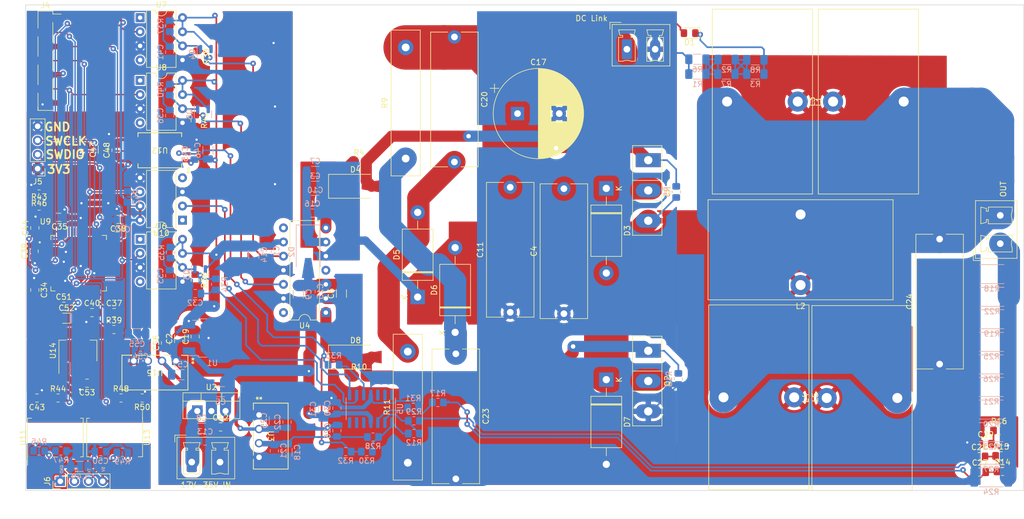
<source format=kicad_pcb>
(kicad_pcb (version 20211014) (generator pcbnew)
  (layers (0 "F.Cu" signal) (31 "B.Cu" signal) (34 "B.Paste" user) (35 "F.Paste" user) (36 "B.SilkS" user "B.Silkscreen") (37 "F.SilkS" user "F.Silkscreen") (38 "B.Mask" user) (39 "F.Mask" user) (44 "Edge.Cuts" user))
  (net 0 "")
  (net 1 "DC Link+")
  (net 2 "Net-(C10-Pad2)")
  (net 3 "Net-(C20-Pad2)")
  (net 4 "DC Link-")
  (net 5 "Net-(C13-Pad2)")
  (net 6 "Net-(C23-Pad1)")
  (net 7 "Net-(C24-Pad2)")
  (net 8 "Net-(C29-Pad2)")
  (net 9 "Net-(D1-Pad1)")
  (net 10 "Net-(D4-Pad1)")
  (net 11 "+15V")
  (net 12 "+5V")
  (net 13 "VS")
  (net 14 "Net-(D4-Pad2)")
  (net 15 "Net-(J3-Pad1)")
  (net 16 "-5V")
  (net 17 "Net-(D8-Pad1)")
  (net 18 "Net-(R1-Pad2)")
  (net 19 "Net-(R2-Pad2)")
  (net 20 "Net-(R12-Pad1)")
  (net 21 "GNDD")
  (net 22 "Net-(C27-Pad2)")
  (net 23 "Net-(C28-Pad2)")
  (net 24 "Net-(R17-Pad2)")
  (net 25 "Net-(D8-Pad2)")
  (net 26 "Net-(R33-Pad1)")
  (net 29 "Net-(C32-Pad2)")
  (net 33 "Net-(Q3-Pad1)")
  (net 34 "Net-(Q3-Pad3)")
  (net 35 "Net-(Q4-Pad1)")
  (net 36 "HIN")
  (net 37 "Net-(Q5-Pad1)")
  (net 38 "LIN")
  (net 40 "A0")
  (net 47 "CO")
  (net 50 "Net-(R12-Pad2)")
  (net 51 "+3.3V")
  (net 81 "SWDIO")
  (net 94 "+5VD")
  (net 95 "DPWMADJ")
  (net 96 "DHIN")
  (net 97 "DLIN")
  (net 98 "DA0")
  (net 99 "DFB")
  (net 100 "Net-(C40-Pad2)")
  (net 101 "SWCLK")
  (net 102 "Net-(R43-Pad2)")
  (net 103 "Net-(C44-Pad1)")
  (net 104 "RXD")
  (net 106 "TXD")
  (net 108 "Net-(R45-Pad1)")
  (net 109 "Net-(R48-Pad2)")
  (net 110 "GNDCOMM")
  (net 111 "5VCOMM")
  (net 112 "RXCOMM")
  (net 113 "TXCOMM")
  (footprint "Capacitor_SMD:C_0805_2012Metric_Pad1.18x1.45mm_HandSolder" (layer "F.Cu") (at 83.947 74.168)
    (fp_text reference "C51")
    (fp_text value "100n")
  )
  (footprint "Capacitor_SMD:C_1206_3216Metric_Pad1.33x1.80mm_HandSolder" (layer "F.Cu") (at 133.858 71.882 90)
    (fp_text reference "C6")
    (fp_text value "10u")
  )
  (footprint "Resistor_SMD:R_0805_2012Metric_Pad1.20x1.40mm_HandSolder" (layer "F.Cu") (at 107.569 40.767 -90)
    (fp_text reference "R41")
    (fp_text value "470")
  )
  (footprint "Package_TO_SOT_THT:TO-247-3_Vertical" (layer "F.Cu") (at 189.029 47.879 -90)
    (fp_text reference "Q1")
    (fp_text value "Q_NMOS_GDS")
  )
  (footprint "Resistor_SMD:R_0805_2012Metric_Pad1.20x1.40mm_HandSolder" (layer "F.Cu") (at 79.518 56.134)
    (fp_text reference "R43")
    (fp_text value "Open Circuit")
  )
  (footprint "Capacitor_THT:C_Rect_L24.0mm_W8.3mm_P22.50mm_MKT" (layer "F.Cu") (at 154.432 82.73 -90)
    (fp_text reference "C23")
    (fp_text value "C_Snub")
  )
  (footprint "Connector_PinHeader_2.54mm:PinHeader_1x04_P2.54mm_Vertical" (layer "F.Cu") (at 83.322 105.664 90)
    (fp_text reference "J6")
    (fp_text value "Conn_01x04_Male")
  )
  (footprint "ADUM4195-1:RI-8-1_ADI" (layer "F.Cu") (at 101.219 46.101 180)
    (fp_text reference "U12")
    (fp_text value "ADUM4195-1BRIZ")
  )
  (footprint "Capacitor_SMD:C_0805_2012Metric_Pad1.18x1.45mm_HandSolder" (layer "F.Cu") (at 93.345 46.101 90)
    (fp_text reference "C48")
    (fp_text value "100n")
  )
  (footprint "Resistor_SMD:R_0805_2012Metric_Pad1.20x1.40mm_HandSolder" (layer "F.Cu") (at 252.73 103.886)
    (fp_text reference "R14")
    (fp_text value "220")
  )
  (footprint "Capacitor_THT:CP_Radial_D16.0mm_P7.50mm" (layer "F.Cu") (at 165.524246 39.497)
    (fp_text reference "C17")
    (fp_text value "56uF")
  )
  (footprint "Resistor_SMD:R_0805_2012Metric_Pad1.20x1.40mm_HandSolder" (layer "F.Cu") (at 107.569 69.469 -90)
    (fp_text reference "R36")
    (fp_text value "470")
  )
  (footprint "Connector_Phoenix_MC_HighVoltage:PhoenixContact_MCV_1,5_2-G-5.08_1x02_P5.08mm_Vertical" (layer "F.Cu") (at 106.9515 102.2155)
    (fp_text reference "J2" hide)
    (fp_text value "17V-35V IN")
  )
  (footprint "Inductor_THT:L_Toroid_Vertical_L33.0mm_W17.8mm_P12.70mm_Pulse_KM-5" (layer "F.Cu") (at 222.255 37.338 90)
    (fp_text reference "L3")
    (fp_text value "330uH 5.2A")
  )
  (footprint "Capacitor_SMD:C_0805_2012Metric_Pad1.18x1.45mm_HandSolder" (layer "F.Cu") (at 78.613 64.262 90)
    (fp_text reference "C39")
    (fp_text value "100n")
  )
  (footprint "Capacitor_SMD:C_0805_2012Metric_Pad1.18x1.45mm_HandSolder" (layer "F.Cu") (at 248.539 101.219)
    (fp_text reference "C28")
    (fp_text value "47n")
  )
  (footprint "Capacitor_SMD:C_0805_2012Metric_Pad1.18x1.45mm_HandSolder" (layer "F.Cu") (at 78.74 60.071 90)
    (fp_text reference "C44")
    (fp_text value "100n")
  )
  (footprint "Diode_THT:D_DO-201AE_P15.24mm_Horizontal" (layer "F.Cu") (at 147.574 72.517 90)
    (fp_text reference "D5")
    (fp_text value "MUR460")
  )
  (footprint "Capacitor_SMD:C_1206_3216Metric_Pad1.33x1.80mm_HandSolder" (layer "F.Cu") (at 104.775 80.01 90)
    (fp_text reference "C2")
    (fp_text value "10u")
  )
  (footprint "Resistor_THT:R_Box_L26.0mm_W5.0mm_P20.00mm" (layer "F.Cu") (at 145.796 102.329 90)
    (fp_text reference "R11")
    (fp_text value "R_Snub")
  )
  (footprint "Package_SO:SSO-8_6.7x9.8mm_P2.54mm_Clearance8mm" (layer "F.Cu") (at 82.423 97.79 90)
    (fp_text reference "U11")
    (fp_text value "6N137")
  )
  (footprint "Package_DIP:DIP-14_W7.62mm" (layer "F.Cu") (at 131.064 75.311 180)
    (fp_text reference "U4")
    (fp_text value "IR2110")
  )
  (footprint "Capacitor_SMD:C_0805_2012Metric_Pad1.18x1.45mm_HandSolder" (layer "F.Cu") (at 112.141 95.885)
    (fp_text reference "C12")
    (fp_text value "100n")
  )
  (footprint "Package_DIP:DIP-8_W7.62mm" (layer "F.Cu") (at 97.673 33.538)
    (fp_text reference "U8")
    (fp_text value "6N137")
  )
  (footprint "Resistor_SMD:R_0805_2012Metric_Pad1.20x1.40mm_HandSolder" (layer "F.Cu") (at 94.234 90.678)
    (fp_text reference "R48")
    (fp_text value "470")
  )
  (footprint "Capacitor_SMD:C_0805_2012Metric_Pad1.18x1.45mm_HandSolder" (layer "F.Cu") (at 93.726 58.547 180)
    (fp_text reference "C38")
    (fp_text value "100n")
  )
  (footprint "Resistor_SMD:R_0805_2012Metric_Pad1.20x1.40mm_HandSolder" (layer "F.Cu") (at 137.033 86.741)
    (fp_text reference "R10")
    (fp_text value "10")
  )
  (footprint "Diode_SMD:D_SMA-SMB_Universal_Handsoldering" (layer "F.Cu") (at 136.398 83.312)
    (fp_text reference "D8")
    (fp_text value "US1M")
  )
  (footprint "Capacitor_SMD:C_0805_2012Metric_Pad1.18x1.45mm_HandSolder" (layer "F.Cu") (at 78.74 71.247 -90)
    (fp_text reference "C34")
    (fp_text value "100n")
  )
  (footprint "B0505S-1WR3:B0505S_MNS" (layer "F.Cu") (at 104.14 83.9978 180)
    (fp_text reference "U15")
    (fp_text value "B0505S-1WR3")
  )
  (footprint "Capacitor_SMD:C_0805_2012Metric_Pad1.18x1.45mm_HandSolder" (layer "F.Cu") (at 102.235 80.772 90)
    (fp_text reference "C56")
    (fp_text value "100n")
  )
  (footprint "Capacitor_SMD:C_0805_2012Metric_Pad1.18x1.45mm_HandSolder" (layer "F.Cu") (at 79.121 90.678 180)
    (fp_text reference "C43")
    (fp_text value "100n")
  )
  (footprint "Capacitor_THT:C_Rect_L24.0mm_W8.3mm_P22.50mm_MKT" (layer "F.Cu") (at 241.4095 84.582 90)
    (fp_text reference "C24")
    (fp_text value "1uF 400V")
  )
  (footprint "Package_DIP:DIP-8_W7.62mm" (layer "F.Cu") (at 97.673 22.235)
    (fp_text reference "U7")
    (fp_text value "6N137")
  )
  (footprint "STM32G4:QFP50P1200X1200X160-64N" (layer "F.Cu") (at 86.62 66.421)
    (fp_text reference "U9")
    (fp_text value "STM32G474RET6")
  )
  (footprint "Diode_SMD:D_SMA-SMB_Universal_Handsoldering" (layer "F.Cu") (at 136.398 52.578)
    (fp_text reference "D4")
    (fp_text value "US1M")
  )
  (footprint "Diode_THT:D_DO-201AE_P15.24mm_Horizontal" (layer "F.Cu") (at 181.483 87.376 -90)
    (fp_text reference "D7")
    (fp_text value "MUR460")
  )
  (footprint "Capacitor_SMD:C_0805_2012Metric_Pad1.18x1.45mm_HandSolder" (layer "F.Cu") (at 248.666 104.013)
    (fp_text reference "C27")
    (fp_text value "47n")
  )
  (footprint "B0505S-1WR3:B0505S_MNS" (layer "F.Cu") (at 119.0498 93.726 -90)
    (fp_text reference "U3")
    (fp_text value "B0505S-1WR3")
  )
  (footprint "Connector_PinHeader_2.54mm:PinHeader_1x04_P2.54mm_Vertical" (layer "F.Cu") (at 79.248 49.403 180)
    (fp_text reference "J5")
    (fp_text value "Conn_01x04_Male")
  )
  (footprint "Capacitor_SMD:C_0805_2012Metric_Pad1.18x1.45mm_HandSolder" (layer "F.Cu") (at 88.138 88.011 180)
    (fp_text reference "C53")
    (fp_text value "100n")
  )
  (footprint "Resistor_SMD:R_0805_2012Metric_Pad1.20x1.40mm_HandSolder" (layer "F.Cu") (at 79.502 53.975 180)
    (fp_text reference "R46")
    (fp_text value "Short out")
  )
  (footprint "Capacitor_SMD:C_0805_2012Metric_Pad1.18x1.45mm_HandSolder" (layer "F.Cu") (at 249.682 98.933)
    (fp_text reference "C29")
    (fp_text value "47n")
  )
  (footprint "Diode_SMD:D_0805_2012Metric_Pad1.15x1.40mm_HandSolder" (layer "F.Cu") (at 196.469 25.019 180)
    (fp_text reference "D1")
    (fp_text value "LED")
  )
  (footprint "Resistor_SMD:R_0805_2012Metric_Pad1.20x1.40mm_HandSolder" (layer "F.Cu") (at 252.476 101.092)
    (fp_text reference "R15")
    (fp_text value "220")
  )
  (footprint "Capacitor_SMD:C_0805_2012Metric_Pad1.18x1.45mm_HandSolder" (layer "F.Cu") (at 83.185 58.166 180)
    (fp_text reference "C35")
    (fp_text value "100n")
  )
  (footprint "Package_TO_SOT_SMD:SOT-223-3_TabPin2" (layer "F.Cu") (at 86.487 82.169 90)
    (fp_text reference "U14")
    (fp_text value "AMS1117-3.3")
  )
  (footprint "Inductor_THT:L_Toroid_Vertical_L33.0mm_W17.8mm_P12.70mm_Pulse_KM-5" (layer "F.Cu") (at 215.9 37.338 -90)
    (fp_text reference "L1")
    (fp_text value "330uH 5.2A")
  )
  (footprint "Resistor_SMD:R_0805_2012Metric_Pad1.20x1.40mm_HandSolder" (layer "F.Cu") (at 98.044 90.678 180)
    (fp_text reference "R50")
    (fp_text value "470")
  )
  (footprint "Inductor_THT:L_Toroid_Vertical_L33.0mm_W17.8mm_P12.70mm_Pulse_KM-5" (layer "F.Cu") (at 216.408 70.353 180)
    (fp_text reference "L2")
    (fp_text value "330uH 5.2A")
  )
  (footprint "Capacitor_THT:C_Rect_L24.0mm_W8.3mm_P22.50mm_MKT" (layer "F.Cu") (at 154.178 25.707 -90)
    (fp_text reference "C20")
    (fp_text value "C_Snub")
  )
  (footprint "Capacitor_SMD:C_1206_3216Metric_Pad1.33x1.80mm_HandSolder" (layer "F.Cu") (at 91.059 45.974 90)
    (fp_text reference "C47")
    (fp_text value "10u")
  )
  (footprint "Resistor_SMD:R_0805_2012Metric_Pad1.20x1.40mm_HandSolder" (layer "F.Cu") (at 107.95 29.21 -90)
    (fp_text reference "R38")
    (fp_text value "470")
  )
  (footprint "Capacitor_SMD:C_0805_2012Metric_Pad1.18x1.45mm_HandSolder" (layer "F.Cu") (at 107.569 79.629 90)
    (fp_text reference "C19")
    (fp_text value "100n")
  )
  (footprint "Package_DIP:DIP-8_W7.62mm" (layer "F.Cu") (at 105.283 58.674 180)
    (fp_text reference "U10")
    (fp_text value "6N137")
  )
  (footprint "Resistor_SMD:R_0805_2012Metric_Pad1.20x1.40mm_HandSolder" (layer "F.Cu") (at 82.931 90.678)
    (fp_text reference "R44")
    (fp_text value "470")
  )
  (footprint "Capacitor_SMD:C_0805_2012Metric_Pad1.18x1.45mm_HandSolder" (layer "F.Cu") (at 93 75.311)
    (fp_text reference "C37")
    (fp_text value "100n")
  )
  (footprint "Capacitor_THT:C_Rect_L24.0mm_W8.3mm_P22.50mm_MKT" (layer "F.Cu") (at 173.863 75.512 90)
    (fp_text reference "C4")
    (fp_text value "1uF 400V")
  )
  (footprint "Capacitor_THT:C_Rect_L24.0mm_W8.3mm_P22.50mm_MKT" (layer "F.Cu") (at 164.211 75.258 90)
    (fp_text reference "C11")
    (fp_text value "1uF 400V")
  )
  (footprint "Package_TO_SOT_THT:TO-220-3_Vertical" (layer "F.Cu") (at 107.95 93.02)
    (fp_text reference "U2")
    (fp_text value "LM7815_TO220")
  )
  (footprint "Package_SO:SSO-8_6.7x9.8mm_P2.54mm_Clearance8mm" (layer "F.Cu") (at 93.091 97.79 -90)
    (fp_text reference "U13")
    (fp_text value "6N137")
  )
  (footprint "Package_DIP:DIP-8_W7.62mm" (layer "F.Cu") (at 97.673 62.113)
    (fp_text reference "U6")
    (fp_text value "6N137")
  )
  (footprint "Package_TO_SOT_THT:TO-247-3_Vertical" (layer "F.Cu") (at 189.029 82.18 -90)
    (fp_text reference "Q2")
    (fp_text value "Q_NMOS_GDS")
  )
  (footprint "Resistor_SMD:R_0805_2012Metric_Pad1.20x1.40mm_HandSolder" (layer "F.Cu") (at 137.033 48.133)
    (fp_text reference "R4")
    (fp_text value "10")
  )
  (footprint "Resistor_SMD:R_0805_2012Metric_Pad1.20x1.40mm_HandSolder" (layer "F.Cu") (at 252.095 96.52)
    (fp_text reference "R16")
    (fp_text value "220")
  )
  (footprint "Inductor_THT:L_Toroid_Vertical_L33.0mm_W17.8mm_P12.70mm_Pulse_KM-5" (layer "F.Cu") (at 221.107 90.678 90)
    (fp_text reference "L4")
    (fp_text value "330uH 5.2A")
  )
  (footprint "Diode_THT:D_DO-201AE_P15.24mm_Horizontal" (layer "F.Cu") (at 181.483 52.959 -90)
    (fp_text reference "D3")
    (fp_text value "MUR460")
  )
  (footprint "Connector_Phoenix_MC_HighVoltage:PhoenixContact_MCV_1,5_2-G-5.08_1x02_P5.08mm_Vertical" (layer "F.Cu") (at 252.312 62.9005 90)
    (fp_text reference "J3" hide)
    (fp_text value "OUT")
  )
  (footprint "Connector_PinHeader_2.54mm:PinHeader_1x07_P2.54mm_Vertical_SMD_Pin1Right" (layer "F.Cu") (at 80.645 29.972)
    (fp_text reference "J4")
    (fp_text value "Conn_01x07_Male")
  )
  (footprint "Capacitor_SMD:C_1206_3216Metric_Pad1.33x1.80mm_HandSolder" (layer "F.Cu") (at 84.455 76.327)
    (fp_text reference "C52")
    (fp_text value "10u")
  )
  (footprint "Diode_THT:D_DO-201AE_P15.24mm_Horizontal" (layer "F.Cu") (at 154.305 78.867 90)
    (fp_text reference "D6")
    (fp_text value "MUR460")
  )
  (footprint "Resistor_THT:R_Box_L26.0mm_W5.0mm_P20.00mm" (layer "F.Cu") (at 145.415 47.592 90)
    (fp_text reference "R9")
    (fp_text value "R_Snub")
  )
  (footprint "Capacitor_SMD:C_0805_2012Metric_Pad1.18x1.45mm_HandSolder" (layer "F.Cu") (at 89.027 75.311)
    (fp_text reference "C40")
    (fp_text value "100n")
  )
  (footprint "Resistor_SMD:R_0805_2012Metric_Pad1.20x1.40mm_HandSolder" (layer "F.Cu") (at 92.964 78.359)
    (fp_text reference "R39")
    (fp_text value "10")
  )
  (footprint "Inductor_THT:L_Toroid_Vertical_L33.0mm_W17.8mm_P12.70mm_Pulse_KM-5" (layer "F.Cu") (at 215.26 90.563 -90)
    (fp_text reference "L5")
    (fp_text value "330uH 5.2A")
  )
  (footprint "Connector_Phoenix_MC_HighVoltage:PhoenixContact_MCV_1,5_2-G-5.08_1x02_P5.08mm_Vertical" (layer "F.Cu") (at 185.1835 27.9205)
    (fp_text reference "J1" hide)
    (fp_text value "DC Link")
  )
  (footprint "Resistor_SMD:R_0805_2012Metric_Pad1.20x1.40mm_HandSolder" (layer "B.Cu") (at 94.488 100.457)
    (fp_text reference "R49")
    (fp_text value "470")
  )
  (footprint "Capacitor_SMD:C_0805_2012Metric_Pad1.18x1.45mm_HandSolder" (layer "B.Cu") (at 120.509 64.262 90)
    (fp_text reference "C1")
    (fp_text value "100n")
  )
  (footprint "Capacitor_SMD:C_0805_2012Metric_Pad1.18x1.45mm_HandSolder" (layer "B.Cu") (at 128.651 57.404 180)
    (fp_text reference "C16")
    (fp_text value "100n")
  )
  (footprint "Capacitor_SMD:C_0805_2012Metric_Pad1.18x1.45mm_HandSolder" (layer "B.Cu") (at 107.569 71.882)
    (fp_text reference "C32")
    (fp_text value "47n")
  )
  (footprint "Resistor_SMD:R_2512_6332Metric_Pad1.40x3.35mm_HandSolder" (layer "B.Cu") (at 250.6805 100.891)
    (fp_text reference "R27")
    (fp_text value "0.1Ohm 3W")
  )
  (footprint "Resistor_SMD:R_2512_6332Metric_Pad1.40x3.35mm_HandSolder" (layer "B.Cu") (at 250.8075 76.507)
    (fp_text reference "R19")
    (fp_text value "0.1Ohm 3W")
  )
  (footprint "Resistor_SMD:R_0805_2012Metric_Pad1.20x1.40mm_HandSolder" (layer "B.Cu") (at 138.43 100.33)
    (fp_text reference "R30")
    (fp_text value "1k")
  )
  (footprint "Resistor_SMD:R_0805_2012Metric_Pad1.20x1.40mm_HandSolder" (layer "B.Cu") (at 95.377 54.483 90)
    (fp_text reference "R42")
    (fp_text value "470")
  )
  (footprint "Resistor_SMD:R_1206_3216Metric_Pad1.30x1.75mm_HandSolder" (layer "B.Cu") (at 208.28 29.833)
    (fp_text reference "R8")
    (fp_text value "22K")
  )
  (footprint "Capacitor_SMD:C_0805_2012Metric_Pad1.18x1.45mm_HandSolder" (layer "B.Cu") (at 102.997 28.448 -90)
    (fp_text reference "C41")
    (fp_text value "100n")
  )
  (footprint "Resistor_SMD:R_0805_2012Metric_Pad1.20x1.40mm_HandSolder" (layer "B.Cu") (at 139.538028 97.705236)
    (fp_text reference "R28")
    (fp_text value "470")
  )
  (footprint "Resistor_SMD:R_2512_6332Metric_Pad1.40x3.35mm_HandSolder" (layer "B.Cu") (at 250.6805 84.635)
    (fp_text reference "R26")
    (fp_text value "0.1Ohm 3W")
  )
  (footprint "Resistor_SMD:R_2512_6332Metric_Pad1.40x3.35mm_HandSolder" (layer "B.Cu") (at 250.7295 80.584)
    (fp_text reference "R25")
    (fp_text value "0.1Ohm 3W")
  )
  (footprint "Package_TO_SOT_SMD:SOT-23" (layer "B.Cu") (at 109.474 28.829 -90)
    (fp_text reference "Q4")
    (fp_text value "Q_PMOS_GSD")
  )
  (footprint "Capacitor_SMD:C_1206_3216Metric_Pad1.33x1.80mm_HandSolder" (layer "B.Cu") (at 121.793 94.742 -90)
    (fp_text reference "C25")
    (fp_text value "10u")
  )
  (footprint "Capacitor_SMD:C_1206_3216Metric_Pad1.33x1.80mm_HandSolder" (layer "B.Cu") (at 124.079 100.457 90)
    (fp_text reference "C18")
    (fp_text value "10u")
  )
  (footprint "Resistor_SMD:R_0805_2012Metric_Pad1.20x1.40mm_HandSolder" (layer "B.Cu") (at 194.056 53.594 -90)
    (fp_text reference "R5")
    (fp_text value "1K")
  )
  (footprint "Capacitor_SMD:C_1206_3216Metric_Pad1.33x1.80mm_HandSolder" (layer "B.Cu") (at 104.902 86.487 180)
    (fp_text reference "C57")
    (fp_text value "10u")
  )
  (footprint "Capacitor_SMD:C_0805_2012Metric_Pad1.18x1.45mm_HandSolder" (layer "B.Cu") (at 121.793 100.203 90)
    (fp_text reference "C21")
    (fp_text value "100n")
  )
  (footprint "Package_TO_SOT_SMD:TO-252-2" (layer "B.Cu") (at 110.652 79.882)
    (fp_text reference "U1")
    (fp_text value "KA78M05_TO252")
  )
  (footprint "Capacitor_SMD:C_0805_2012Metric_Pad1.18x1.45mm_HandSolder" (layer "B.Cu") (at 102.997 68.707 -90)
    (fp_text reference "C33")
    (fp_text value "100n")
  )
  (footprint "Resistor_SMD:R_0805_2012Metric_Pad1.20x1.40mm_HandSolder" (layer "B.Cu") (at 134.62 100.33)
    (fp_text reference "R32")
    (fp_text value "470")
  )
  (footprint "Resistor_SMD:R_2512_6332Metric_Pad1.40x3.35mm_HandSolder" (layer "B.Cu") (at 250.8155 72.482)
    (fp_text reference "R22")
    (fp_text value "0.1Ohm 3W")
  )
  (footprint "Resistor_SMD:R_2512_6332Metric_Pad1.40x3.35mm_HandSolder" (layer "B.Cu") (at 250.6805 92.763)
    (fp_text reference "R20")
    (fp_text value "0.1Ohm 3W")
  )
  (footprint "Capacitor_SMD:C_0805_2012Metric_Pad1.18x1.45mm_HandSolder" (layer "B.Cu") (at 128.397 71.501 90)
    (fp_text reference "C15")
    (fp_text value "100n")
  )
  (footprint "Capacitor_SMD:C_1206_3216Metric_Pad1.33x1.80mm_HandSolder" (layer "B.Cu") (at 130.632028 92.71 -90)
    (fp_text reference "C31")
    (fp_text value "10u")
  )
  (footprint "Package_TO_SOT_SMD:SOT-23" (layer "B.Cu") (at 108.966 39.624 -90)
    (fp_text reference "Q5")
    (fp_text value "Q_PMOS_GSD")
  )
  (footprint "Resistor_SMD:R_0805_2012Metric_Pad1.20x1.40mm_HandSolder" (layer "B.Cu") (at 79.502 100.203 180)
    (fp_text reference "R45")
    (fp_text value "470")
  )
  (footprint "Capacitor_SMD:C_0805_2012Metric_Pad1.18x1.45mm_HandSolder" (layer "B.Cu") (at 102.997 39.878 -90)
    (fp_text reference "C36")
    (fp_text value "100n")
  )
  (footprint "Resistor_SMD:R_2512_6332Metric_Pad1.40x3.35mm_HandSolder" (layer "B.Cu") (at 250.6805 104.955)
    (fp_text reference "R24")
    (fp_text value "0.1Ohm 3W")
  )
  (footprint "Resistor_SMD:R_2512_6332Metric_Pad1.40x3.35mm_HandSolder" (layer "B.Cu") (at 250.6805 88.699)
    (fp_text reference "R21")
    (fp_text value "0.1Ohm 3W")
  )
  (footprint "Capacitor_SMD:C_0805_2012Metric_Pad1.18x1.45mm_HandSolder" (layer "B.Cu") (at 107.442 46.736 -90)
    (fp_text reference "C45")
    (fp_text value "100n")
  )
  (footprint "Resistor_SMD:R_0805_2012Metric_Pad1.20x1.40mm_HandSolder" (layer "B.Cu") (at 146.888028 97.070236)
    (fp_text reference "R12")
    (fp_text value "10k")
  )
  (footprint "Package_TO_SOT_SMD:SOT-23" (layer "B.Cu") (at 108.458 68.453 -90)
    (fp_text reference "Q3")
    (fp_text value "Q_PMOS_GSD")
  )
  (footprint "Resistor_SMD:R_2512_6332Metric_Pad1.40x3.35mm_HandSolder" (layer "B.Cu") (at 250.8075 68.379)
    (fp_text reference "R18")
    (fp_text value "0.1Ohm 3W")
  )
  (footprint "Resistor_SMD:R_1206_3216Metric_Pad1.30x1.75mm_HandSolder" (layer "B.Cu") (at 203.117 29.777)
    (fp_text reference "R2")
    (fp_text value "22K")
  )
  (footprint "Diode_SMD:D_SMA-SMB_Universal_Handsoldering" (layer "B.Cu") (at 127.889 64.389 -90)
    (fp_text reference "D2")
    (fp_text value "US1M")
  )
  (footprint "Capacitor_SMD:C_1206_3216Metric_Pad1.33x1.80mm_HandSolder" (layer "B.Cu") (at 97.113952 79.107)
    (fp_text reference "C55")
    (fp_text value "10u")
  )
  (footprint "Resistor_SMD:R_0805_2012Metric_Pad1.20x1.40mm_HandSolder" (layer "B.Cu") (at 146.888028 94.784236 180)
    (fp_text reference "R29")
    (fp_text value "10k")
  )
  (footprint "Capacitor_SMD:C_0805_2012Metric_Pad1.18x1.45mm_HandSolder" (layer "B.Cu") (at 133.045028 92.498236 -90)
    (fp_text reference "C30")
    (fp_text value "100n")
  )
  (footprint "Resistor_SMD:R_1206_3216Metric_Pad1.30x1.75mm_HandSolder" (layer "B.Cu") (at 203.073 32.385)
    (fp_text reference "R7")
    (fp_text value "22K")
  )
  (footprint "Capacitor_SMD:C_1206_3216Metric_Pad1.33x1.80mm_HandSolder" (layer "B.Cu") (at 126.111 72.009 90)
    (fp_text reference "C9")
    (fp_text value "10u")
  )
  (footprint "Capacitor_SMD:C_0805_2012Metric_Pad1.18x1.45mm_HandSolder" (layer "B.Cu") (at 124.079 94.996 -90)
    (fp_text reference "C22")
    (fp_text value "100n")
  )
  (footprint "Resistor_SMD:R_0805_2012Metric_Pad1.20x1.40mm_HandSolder" (layer "B.Cu") (at 102.997 35.179 -90)
    (fp_text reference "R40")
    (fp_text value "470")
  )
  (footprint "Capacitor_SMD:C_1206_3216Metric_Pad1.33x1.80mm_HandSolder" (layer "B.Cu") (at 108.712 96.139 180)
    (fp_text reference "C8")
    (fp_text value "10u")
  )
  (footprint "Capacitor_SMD:C_1206_3216Metric_Pad1.33x1.80mm_HandSolder" (layer "B.Cu") (at 109.855 46.101 -90)
    (fp_text reference "C46")
    (fp_text value "10u")
  )
  (footprint "Capacitor_SMD:C_0805_2012Metric_Pad1.18x1.45mm_HandSolder" (layer "B.Cu") (at 97.748952 81.52)
    (fp_text reference "C54")
    (fp_text value "100n")
  )
  (footprint "Capacitor_SMD:C_1206_3216Metric_Pad1.33x1.80mm_HandSolder" (layer "B.Cu") (at 112.141 89.535)
    (fp_text reference "C5")
    (fp_text value "10u")
  )
  (footprint "Capacitor_SMD:C_0805_2012Metric_Pad1.18x1.45mm_HandSolder" (layer "B.Cu") (at 90.551 100.33)
    (fp_text reference "C50")
    (fp_text value "100n")
  )
  (footprint "Package_SO:SOIC-14_3.9x8.7mm_P1.27mm" (layer "B.Cu") (at 139.141028 92.625236 90)
    (fp_text reference "U5")
    (fp_text value "LM324")
  )
  (footprint "Capacitor_SMD:C_1206_3216Metric_Pad1.33x1.80mm_HandSolder" (layer "B.Cu") (at 129.159 52.578 180)
    (fp_text reference "C3")
    (fp_text value "10u")
  )
  (footprint "Capacitor_SMD:C_0805_2012Metric_Pad1.18x1.45mm_HandSolder" (layer "B.Cu") (at 94.488 58.674)
    (fp_text reference "C42")
    (fp_text value "100n")
  )
  (footprint "Resistor_SMD:R_1206_3216Metric_Pad1.30x1.75mm_HandSolder" (layer "B.Cu") (at 197.866 29.718)
    (fp_text reference "R6")
    (fp_text value "22K")
  )
  (footprint "Resistor_SMD:R_0805_2012Metric_Pad1.20x1.40mm_HandSolder" (layer "B.Cu") (at 83.439 100.203)
    (fp_text reference "R47")
    (fp_text value "470")
  )
  (footprint "Resistor_SMD:R_0805_2012Metric_Pad1.20x1.40mm_HandSolder" (layer "B.Cu") (at 102.997 23.749 -90)
    (fp_text reference "R37")
    (fp_text value "470")
  )
  (footprint "Capacitor_SMD:C_0805_2012Metric_Pad1.18x1.45mm_HandSolder" (layer "B.Cu") (at 109.347 98.425 180)
    (fp_text reference "C13")
    (fp_text value "100n")
  )
  (footprint "Resistor_SMD:R_0805_2012Metric_Pad1.20x1.40mm_HandSolder" (layer "B.Cu") (at 111.252 70.231 90)
    (fp_text reference "R34")
    (fp_text value "220")
  )
  (footprint "Capacitor_SMD:C_1206_3216Metric_Pad1.33x1.80mm_HandSolder" (layer "B.Cu") (at 118.11 64.897 90)
    (fp_text reference "C14")
    (fp_text value "10u")
  )
  (footprint "Resistor_SMD:R_0805_2012Metric_Pad1.20x1.40mm_HandSolder" (layer "B.Cu") (at 103.124 64.516 -90)
    (fp_text reference "R35")
    (fp_text value "470")
  )
  (footprint "Capacitor_SMD:C_1206_3216Metric_Pad1.33x1.80mm_HandSolder" (layer "B.Cu") (at 129.159 55.118 180)
    (fp_text reference "C10")
    (fp_text value "10u")
  )
  (footprint "Capacitor_SMD:C_1206_3216Metric_Pad1.33x1.80mm_HandSolder" (layer "B.Cu") (at 86.741 102.997)
    (fp_text reference "C49")
    (fp_text value "10u")
  )
  (footprint "Resistor_SMD:R_1206_3216Metric_Pad1.30x1.75mm_HandSolder" (layer "B.Cu") (at 208.28 32.385)
    (fp_text reference "R3")
    (fp_text value "22K")
  )
  (footprint "Capacitor_SMD:C_0805_2012Metric_Pad1.18x1.45mm_HandSolder" (layer "B.Cu") (at 133.045028 96.562236 -90)
    (fp_text reference "C26")
    (fp_text value "100n")
  )
  (footprint "Resistor_SMD:R_0805_2012Metric_Pad1.20x1.40mm_HandSolder" (layer "B.Cu") (at 194.437 87.249 -90)
    (fp_text reference "R13")
    (fp_text value "1K")
  )
  (footprint "Resistor_SMD:R_0805_2012Metric_Pad1.20x1.40mm_HandSolder" (layer "B.Cu") (at 146.761028 92.371236 180)
    (fp_text reference "R31")
    (fp_text value "10k")
  )
  (footprint "Resistor_SMD:R_0805_2012Metric_Pad1.20x1.40mm_HandSolder" (layer "B.Cu") (at 151.206028 91.482236 180)
    (fp_text reference "R17")
    (fp_text value "10k")
  )
  (footprint "Resistor_SMD:R_1206_3216Metric_Pad1.30x1.75mm_HandSolder" (layer "B.Cu") (at 197.866 32.385)
    (fp_text reference "R1")
    (fp_text value "22K")
  )
  (footprint "Resistor_SMD:R_0805_2012Metric_Pad1.20x1.40mm_HandSolder" (layer "B.Cu") (at 132.461 84.709 180)
    (fp_text reference "R33")
    (fp_text value "10k")
  )
  (footprint "Resistor_SMD:R_2512_6332Metric_Pad1.40x3.35mm_HandSolder" (layer "B.Cu") (at 250.6805 96.827)
    (fp_text reference "R23")
    (fp_text value "0.1Ohm 3W")
  )
  (footprint "Capacitor_SMD:C_1206_3216Metric_Pad1.33x1.80mm_HandSolder" (layer "B.Cu") (at 129.159 49.911 180)
    (fp_text reference "C7")
    (fp_text value "10u")
  )
  (gr_rect (start 256.54 19.939) (end 77.089 107.315) (layer "Edge.Cuts") (width 0.1) (fill none))
  (gr_text "RX" (at 86.233 103.632 90) (layer "B.SilkS") (effects (font (size 0.5 0.5) (thickness 0.1)) (justify mirror)))
  (gr_text "GND" (at 83.566 103.505 90) (layer "B.SilkS") (effects (font (size 0.5 0.5) (thickness 0.1)) (justify mirror)))
  (gr_text "5V" (at 91.059 103.505 90) (layer "B.SilkS") (effects (font (size 0.5 0.5) (thickness 0.1)) (justify mirror)))
  (gr_text "TX" (at 88.519 103.759 90) (layer "B.SilkS") (effects (font (size 0.5 0.5) (thickness 0.1)) (justify mirror)))
  (gr_text "GND" (at 82.804 41.91) (layer "F.SilkS") (effects (font (size 1.5 1.5) (thickness 0.3))))
  (gr_text "SWDIO" (at 84.201 46.863) (layer "F.SilkS") (effects (font (size 1.5 1.5) (thickness 0.3))))
  (gr_text "SWCLK" (at 84.328 44.45) (layer "F.SilkS") (effects (font (size 1.5 1.5) (thickness 0.3))))
  (gr_text "3V3" (at 83.058 49.53) (layer "F.SilkS") (effects (font (size 1.5 1.5) (thickness 0.3))))
  (segment (start 194.818 24.003) (end 194.818 24.393) (width 0.3) (layer "F.Cu") (net 1))
  (segment (start 158.91 27.592) (end 160.528 29.21) (width 4) (layer "F.Cu") (net 1))
  (segment (start 164.412 52.959) (end 164.211 52.758) (width 10) (layer "F.Cu") (net 1))
  (segment (start 187.071 23.368) (end 194.183 23.368) (width 0.3) (layer "F.Cu") (net 1))
  (segment (start 152.293 27.592) (end 158.91 27.592) (width 8) (layer "F.Cu") (net 1))
  (segment (start 185.1835 27.9205) (end 185.1835 25.2555) (width 0.3) (layer "F.Cu") (net 1))
  (segment (start 194.818 24.393) (end 195.444 25.019) (width 0.3) (layer "F.Cu") (net 1))
  (segment (start 168.402 28.702) (end 182.118 28.702) (width 10) (layer "F.Cu") (net 1))
  (segment (start 185.1835 25.2555) (end 187.071 23.368) (width 0.3) (layer "F.Cu") (net 1))
  (segment (start 164.211 32.893) (end 166.37 30.734) (width 10) (layer "F.Cu") (net 1))
  (segment (start 166.37 30.734) (end 168.402 28.702) (width 10) (layer "F.Cu") (net 1))
  (segment (start 194.818 24.003) (end 194.183 23.368) (width 0.3) (layer "F.Cu") (net 1))
  (segment (start 154.178 25.707) (end 157.025 25.707) (width 4) (layer "F.Cu") (net 1))
  (segment (start 160.528 29.21) (end 164.211 32.893) (width 8) (layer "F.Cu") (net 1))
  (segment (start 152.293 27.592) (end 154.178 25.707) (width 4) (layer "F.Cu") (net 1))
  (segment (start 145.415 27.592) (end 152.293 27.592) (width 8) (layer "F.Cu") (net 1))
  (segment (start 164.211 52.758) (end 164.211 32.893) (width 10) (layer "F.Cu") (net 1))
  (segment (start 180.975 52.959) (end 164.412 52.959) (width 10) (layer "F.Cu") (net 1))
  (segment (start 157.025 25.707) (end 160.528 29.21) (width 4) (layer "F.Cu") (net 1))
  (segment (start 180.975 52.959) (end 189.611 52.959) (width 4) (layer "F.Cu") (net 1))
  (segment (start 128.016 57.8065) (end 127.6135 57.404) (width 1) (layer "B.Cu") (net 2))
  (segment (start 127.6135 61.7215) (end 127.6135 57.404) (width 1.5) (layer "B.Cu") (net 2))
  (segment (start 128.503 62.611) (end 128.016 62.124) (width 1.5) (layer "B.Cu") (net 2))
  (segment (start 127.5965 49.911) (end 127.5965 57.387) (width 1.5) (layer "B.Cu") (net 2))
  (segment (start 127.5965 57.387) (end 127.6135 57.404) (width 1.5) (layer "B.Cu") (net 2))
  (segment (start 128.503 62.611) (end 127.6135 61.7215) (width 1.5) (layer "B.Cu") (net 2))
  (segment (start 128.016 62.124) (end 128.016 57.8065) (width 1) (layer "B.Cu") (net 2))
  (segment (start 131.064 62.611) (end 128.503 62.611) (width 1.5) (layer "B.Cu") (net 2))
  (segment (start 142.367 67.31) (end 147.701 61.976) (width 4) (layer "F.Cu") (net 3))
  (segment (start 142.367 78.9) (end 142.367 67.31) (width 4) (layer "F.Cu") (net 3))
  (segment (start 145.796 82.329) (end 142.367 78.9) (width 4) (layer "F.Cu") (net 3))
  (segment (start 147.701 61.976) (end 147.701 54.684) (width 4) (layer "F.Cu") (net 3))
  (segment (start 147.701 54.684) (end 154.178 48.207) (width 4) (layer "F.Cu") (net 3))
  (segment (start 104.538 81.8095) (end 104.775 81.5725) (width 0.25) (layer "F.Cu") (net 4))
  (segment (start 247.6285 101.346) (end 247.5015 101.219) (width 0.3) (layer "F.Cu") (net 4))
  (segment (start 107.95 30.21) (end 105.648 30.21) (width 0.3) (layer "F.Cu") (net 4))
  (segment (start 108.9735 80.8915) (end 109.1985 80.6665) (width 2) (layer "F.Cu") (net 4))
  (segment (start 248.6445 98.933) (end 246.634 98.933) (width 0.3) (layer "F.Cu") (net 4))
  (segment (start 247.5015 101.219) (end 247.5015 99.8005) (width 0.3) (layer "F.Cu") (net 4))
  (segment (start 109.1985 80.6665) (end 109.982 79.883) (width 2) (layer "F.Cu") (net 4))
  (segment (start 247.6285 104.013) (end 247.6285 99.9275) (width 0.3) (layer "F.Cu") (net 4))
  (segment (start 247.5015 100.076) (end 248.6445 98.933) (width 0.3) (layer "F.Cu") (net 4))
  (segment (start 131.064 72.771) (end 133.1845 72.771) (width 2) (layer "F.Cu") (net 4))
  (segment (start 102.235 81.8095) (end 104.538 81.8095) (width 0.25) (layer "F.Cu") (net 4))
  (segment (start 105.648 30.21) (end 105.293 29.855) (width 0.3) (layer "F.Cu") (net 4))
  (segment (start 247.5015 99.8005) (end 246.38 98.679) (width 0.3) (layer "F.Cu") (net 4))
  (segment (start 246.634 98.933) (end 246.38 98.679) (width 0.3) (layer "F.Cu") (net 4))
  (segment (start 106.029 70.469) (end 105.293 69.733) (width 0.3) (layer "F.Cu") (net 4))
  (segment (start 111.1035 95.885) (end 110.49 95.2715) (width 0.3) (layer "F.Cu") (net 4))
  (segment (start 104.775 81.5725) (end 105.456 80.8915) (width 2) (layer "F.Cu") (net 4))
  (segment (start 107.569 70.469) (end 106.029 70.469) (width 0.3) (layer "F.Cu") (net 4))
  (segment (start 133.1845 72.771) (end 133.858 73.4445) (width 2) (layer "F.Cu") (net 4))
  (segment (start 247.6285 104.013) (end 247.6285 101.346) (width 0.3) (layer "F.Cu") (net 4))
  (segment (start 246.6125 102.108) (end 247.5015 101.219) (width 0.3) (layer "F.Cu") (net 4))
  (segment (start 105.456 80.8915) (end 108.9735 80.8915) (width 2) (layer "F.Cu") (net 4))
  (segment (start 247.6285 99.9275) (end 246.38 98.679) (width 0.3) (layer "F.Cu") (net 4))
  (segment (start 247.5015 101.219) (end 247.5015 100.076) (width 0.3) (layer "F.Cu") (net 4))
  (segment (start 110.49 95.2715) (end 110.49 93.02) (width 1) (layer "F.Cu") (net 4))
  (segment (start 106.553 80.6665) (end 109.1985 80.6665) (width 1.5) (layer "F.Cu") (net 4))
  (via (at 132.08 90.678) (size 1) (drill 0.4) (layers "F.Cu" "B.Cu") (net 4))
  (via (at 246.38 98.679) (size 1) (drill 0.4) (layers "F.Cu" "B.Cu") (net 4))
  (via (at 107.823 44.196) (size 1) (drill 0.4) (layers "F.Cu" "B.Cu") (net 4))
  (via (at 121.666 26.797) (size 1) (drill 0.4) (layers "F.Cu" "B.Cu") (net 4))
  (via (at 121.92 38.227) (size 1) (drill 0.4) (layers "F.Cu" "B.Cu") (net 4))
  (via (at 109.982 79.883) (size 1) (drill 0.4) (layers "F.Cu" "B.Cu") (net 4))
  (via (at 121.92 52.197) (size 1) (drill 0.4) (layers "F.Cu" "B.Cu") (net 4))
  (via (at 131.394028 96.054236) (size 1) (drill 0.4) (layers "F.Cu" "B.Cu") (net 4))
  (segment (start 194.437 88.249) (end 189.606 93.08) (width 0.3) (layer "B.Cu") (net 4))
  (segment (start 110.49 89.6235) (end 110.5785 89.535) (width 2) (layer "B.Cu") (net 4))
  (segment (start 245.224497 102.682) (end 245.8395 102.682) (width 0.3) (layer "B.Cu") (net 4))
  (segment (start 245.8395 102.682) (end 247.6305 100.891) (width 0.3) (layer "B.Cu") (net 4))
  (segment (start 183.763528 97.19) (end 189.732528 103.159) (width 0.3) (layer "B.Cu") (net 4))
  (segment (start 196.316 32.385) (end 196.316 29.718) (width 0.3) (layer "B.Cu") (net 4))
  (segment (start 110.49 95.9235) (end 110.49 94.869) (width 2) (layer "B.Cu") (net 4))
  (segment (start 124.079 102.0195) (end 122.572 102.0195) (width 1) (layer "B.Cu") (net 4))
  (segment (start 146.939 104.521) (end 159.131 104.521) (width 4) (layer "B.Cu") (net 4))
  (segment (start 195.1925 28.5945) (end 193.6945 28.5945) (width 0.3) (layer "B.Cu") (net 4))
  (segment (start 157.579898 95.150102) (end 157.579898 95.64437) (width 0.3) (layer "B.Cu") (net 4))
  (segment (start 110.49 98.3195) (end 110.3845 98.425) (width 2) (layer "B.Cu") (net 4))
  (segment (start 110.49 94.869) (end 110.49 98.3195) (width 2) (layer "B.Cu") (net 4))
  (segment (start 133.909528 92.325236) (end 133.959528 92.375236) (width 0.7) (layer "B.Cu") (net 4))
  (segment (start 143.349556 91.575236) (end 139.658946 91.575236) (width 0.3) (layer "B.Cu") (net 4))
  (segment (start 122.572 93.9585) (end 121.793 93.1795) (width 1) (layer "B.Cu") (net 4))
  (segment (start 145.796 103.378) (end 146.939 104.521) (width 4) (layer "B.Cu") (net 4))
  (segment (start 143.703556 91.221236) (end 143.349556 91.575236) (width 0.3) (layer "B.Cu") (net 4))
  (segment (start 110.3845 98.425) (end 110.3845 100.5685) (width 2) (layer "B.Cu") (net 4))
  (segment (start 244.747497 103.159) (end 245.224497 102.682) (width 0.3) (layer "B.Cu") (net 4))
  (segment (start 147.761028 92.371236) (end 146.611028 91.221236) (width 0.3) (layer "B.Cu") (net 4))
  (segment (start 132.262292 90.678) (end 133.045028 91.460736) (width 0.8) (layer "B.Cu") (net 4))
  (segment (start 246.38 98.0775) (end 247.6305 96.827) (width 0.3) (layer "B.Cu") (net 4))
  (segment (start 104.9235 29.4855) (end 105.293 29.855) (width 0.3) (layer "B.Cu") (net 4))
  (segment (start 139.658946 91.575236) (end 139.141028 91.057318) (width 0.3) (layer "B.Cu") (net 4))
  (segment (start 121.793 101.2405) (end 119.1553 101.2405) (width 1) (layer "B.Cu") (net 4))
  (segment (start 133.045028 91.460736) (end 133.909528 92.325236) (width 0.8) (layer "B.Cu") (net 4))
  (segment (start 130.632028 90.681736) (end 132.266028 90.681736) (width 0.8) (layer "B.Cu") (net 4))
  (segment (start 102.997 69.7445) (end 105.2815 69.7445) (width 0.3) (layer "B.Cu") (net 4))
  (segment (start 132.076264 90.681736) (end 130.632028 90.681736) (width 0.8) (layer "B.Cu") (net 4))
  (segment (start 105.2815 69.7445) (end 105.293 69.733) (width 0.3) (layer "B.Cu") (net 4))
  (segment (start 246.38 98.679) (end 246.38 98.0775) (width 0.3) (layer "B.Cu") (net 4))
  (segment (start 145.796 102.329) (end 145.796 103.378) (width 4) (layer "B.Cu") (net 4))
  (segment (start 156.791503 94.361) (end 148.311264 94.361) (width 0.3) (layer "B.Cu") (net 4))
  (segment (start 189.732528 103.159) (end 244.747497 103.159) (width 0.3) (layer "B.Cu") (net 4))
  (segment (start 119.1553 101.2405) (end 119.0498 101.346) (width 1) (layer "B.Cu") (net 4))
  (segment (start 110.2745 96.139) (end 110.49 95.9235) (width 0.3) (layer "B.Cu") (net 4))
  (segment (start 131.923528 95.524736) (end 131.394028 96.054236) (width 0.3) (layer "B.Cu") (net 4))
  (segment (start 161.036 102.616) (end 181.483 102.616) (width 4) (layer "B.Cu") (net 4))
  (segment (start 132.08 90.678) (end 132.076264 90.681736) (width 0.8) (layer "B.Cu") (net 4))
  (segment (start 148.311264 94.361) (end 147.888028 94.784236) (width 0.3) (layer "B.Cu") (net 4))
  (segment (start 157.579898 95.64437) (end 159.125528 97.19) (width 0.3) (layer "B.Cu") (net 4))
  (segment (start 193.6945 28.5945) (end 193.0205 27.9205) (width 0.3) (layer "B.Cu") (net 4))
  (segment (start 110.49 94.869) (end 110.49 93.02) (width 2) (layer "B.Cu") (net 4))
  (segment (start 133.045028 95.524736) (end 131.923528 95.524736) (width 0.3) (layer "B.Cu") (net 4))
  (segment (start 137.82311 92.375236) (end 137.87311 92.325236) (width 0.7) (layer "B.Cu") (net 4))
  (segment (start 137.87311 92.325236) (end 139.141028 91.057318) (width 0.8) (layer "B.Cu") (net 4))
  (segment (start 104.14 83.9978) (end 104.14 84.1625) (width 0.25) (layer "B.Cu") (net 4))
  (segment (start 119.5963 93.1795) (end 119.0498 93.726) (width 0.3) (layer "B.Cu") (net 4))
  (segment (start 157.579898 95.64437) (end 157.579898 95.149395) (width 0.3) (layer "B.Cu") (net 4))
  (segment (start 132.08 90.678) (end 132.262292 90.678) (width 0.8) (layer "B.Cu") (net 4))
  (segment (start 110.49 93.02) (end 110.49 89.6235) (width 2) (layer "B.Cu") (net 4))
  (segment (start 189.606 93.08) (end 189.029 93.08) (width 0.3) (layer "B.Cu") (net 4))
  (segment (start 102.997 40.9155) (end 105.0505 40.9155) (width 0.3) (layer "B.Cu") (net 4))
  (segment (start 157.579898 95.149395) (end 156.791503 94.361) (width 0.3) (layer "B.Cu") (net 4))
  (segment (start 132.266028 90.681736) (end 133.045028 91.460736) (width 0.8) (layer "B.Cu") (net 4))
  (segment (start 110.3845 100.5685) (end 112.0315 102.2155) (width 2) (layer "B.Cu") (net 4))
  (segment (start 139.141028 91.057318) (end 139.141028 90.150236) (width 0.8) (layer "B.Cu") (net 4))
  (segment (start 124.079 93.9585) (end 122.572 93.9585) (width 1) (layer "B.Cu") (net 4))
  (segment (start 105.0505 40.9155) (end 105.293 41.158) (width 0.3) (layer "B.Cu") (net 4))
  (segment (start 102.997 29.4855) (end 104.9235 29.4855) (width 0.3) (layer "B.Cu") (net 4))
  (segment (start 193.0205 27.9205) (end 190.2635 27.9205) (width 0.3) (layer "B.Cu") (net 4))
  (segment (start 146.611028 91.221236) (end 143.703556 91.221236) (width 0.3) (layer "B.Cu") (net 4))
  (segment (start 104.14 84.1625) (end 106.4645 86.487) (width 0.25) (layer "B.Cu") (net 4))
  (segment (start 159.131 104.521) (end 161.036 102.616) (width 4) (layer "B.Cu") (net 4))
  (segment (start 122.572 102.0195) (end 121.793 101.2405) (width 1) (layer "B.Cu") (net 4))
  (segment (start 159.125528 97.19) (end 183.763528 97.19) (width 0.3) (layer "B.Cu") (net 4))
  (segment (start 196.316 29.718) (end 195.1925 28.5945) (width 0.3) (layer "B.Cu") (net 4))
  (segment (start 133.959528 92.375236) (end 137.82311 92.375236) (width 0.7) (layer "B.Cu") (net 4))
  (segment (start 121.793 93.1795) (end 119.5963 93.1795) (width 1) (layer "B.Cu") (net 4))
  (segment (start 106.9515 102.2155) (end 107.061 102.106) (width 2) (layer "B.Cu") (net 5))
  (segment (start 107.061 96.2275) (end 107.1495 96.139) (width 2) (layer "B.Cu") (net 5))
  (segment (start 107.1495 93.8205) (end 107.95 93.02) (width 2) (layer "B.Cu") (net 5))
  (segment (start 107.061 102.106) (end 107.061 96.2275) (width 2.5) (layer "B.Cu") (net 5))
  (segment (start 107.1495 96.139) (end 107.1495 93.8205) (width 2) (layer "B.Cu") (net 5))
  (segment (start 154.432 78.994) (end 154.305 78.867) (width 4) (layer "B.Cu") (net 6))
  (segment (start 154.305 78.867) (end 154.305 69.635) (width 4) (layer "B.Cu") (net 6))
  (segment (start 142.621 59.817) (end 142.621 50.386) (width 4) (layer "B.Cu") (net 6))
  (segment (start 142.621 50.386) (end 145.415 47.592) (width 4) (layer "B.Cu") (net 6))
  (segment (start 154.432 82.73) (end 154.432 78.994) (width 4) (layer "B.Cu") (net 6))
  (segment (start 149.435 66.631) (end 142.621 59.817) (width 4) (layer "B.Cu") (net 6))
  (segment (start 151.301 66.631) (end 149.435 66.631) (width 4) (layer "B.Cu") (net 6))
  (segment (start 154.305 69.635) (end 151.301 66.631) (width 4) (layer "B.Cu") (net 6))
  (segment (start 221.763 71.503383) (end 221.763 62.082) (width 5) (layer "B.Cu") (net 7))
  (segment (start 245.6745 62.082) (end 241.4095 62.082) (width 5) (layer "B.Cu") (net 7))
  (segment (start 221.615 83.82) (end 221.615 78.613) (width 5) (layer "B.Cu") (net 7))
  (segment (start 220.837 62.082) (end 218.506 59.751) (width 5) (layer "B.Cu") (net 7))
  (segment (start 232.685 62.082) (end 233.812 63.209) (width 5) (layer "B.Cu") (net 7))
  (segment (start 242.57 41.91) (end 242.57 41.656) (width 5) (layer "B.Cu") (net 7))
  (segment (start 211.582 45.72) (end 225.806 45.72) (width 5) (layer "B.Cu") (net 7))
  (segment (start 211.836 45.974) (end 211.582 45.72) (width 5) (layer "B.Cu") (net 7))
  (segment (start 249.936 57.8205) (end 238.087 45.9715) (width 5) (layer "B.Cu") (net 7))
  (segment (start 226.314 56.881) (end 226.314 61.341) (width 5) (layer "B.Cu") (net 7))
  (segment (start 239.649 37.973) (end 239.014 37.338) (width 5) (layer "B.Cu") (net 7))
  (segment (start 211.836 60.198) (end 211.836 45.974) (width 5) (layer "B.Cu") (net 7))
  (segment (start 247.269 37.338) (end 239.014 37.338) (width 5) (layer "B.Cu") (net 7))
  (segment (start 226.1895 46.1035) (end 234.955 37.338) (width 5) (layer "B.Cu") (net 7))
  (segment (start 211.808 68.447617) (end 217.263617 62.992) (width 5) (layer "B.Cu") (net 7))
  (segment (start 221.747 50.546) (end 223.9035 48.3895) (width 5) (layer "B.Cu") (net 7))
  (segment (start 226.7 83.82) (end 226.06 83.82) (width 5) (layer "B.Cu") (net 7))
  (segment (start 209.296 43.434) (end 208.2165 42.3545) (width 5) (layer "B.Cu") (net 7))
  (segment (start 221.615 83.82) (end 213.233 83.82) (width 5) (layer "B.Cu") (net 7))
  (segment (start 223.962 50.099) (end 226.5655 47.4955) (width 5) (layer "B.Cu") (net 7))
  (segment (start 223.8425 48.4505) (end 223.9035 48.3895) (width 5) (layer "B.Cu") (net 7))
  (segment (start 227.055 62.082) (end 221.763 62.082) (width 5) (layer "B.Cu") (net 7))
  (segment (start 202.565 90.817) (end 202.565 60.452) (width 5) (layer "B.Cu") (net 7))
  (segment (start 232.685 62.082) (end 227.055 62.082) (width 5) (layer "B.Cu") (net 7))
  (segment (start 240.792 44.069) (end 239.649 42.926) (width 5) (layer "B.Cu") (net 7))
  (segment (start 234.945 39.116) (end 234.945 37.348) (width 5) (layer "B.Cu") (net 7))
  (segment (start 216.408 50.546) (end 214.3125 48.4505) (width 5) (layer "B.Cu") (net 7))
  (segment (start 220.420192 72.846192) (end 221.008 72.258383) (width 5) (layer "B.Cu") (net 7))
  (segment (start 221.763 62.082) (end 220.837 62.082) (width 5) (layer "B.Cu") (net 7))
  (segment (start 230.6295 43.4315) (end 232.0265 42.0345) (width 5) (layer "B.Cu") (net 7))
  (segment (start 234.696 49.784) (end 234.569 49.784) (width 5) (layer "B.Cu") (net 7))
  (segment (start 211.582 45.72) (end 209.296 43.434) (width 5) (layer "B.Cu") (net 7))
  (segment (start 226.5655 47.4955) (end 228.7245 45.3365) (width 5) (layer "B.Cu") (net 7))
  (segment (start 238.087 45.9715) (end 232.0265 45.9715) (width 5) (layer "B.Cu") (net 7))
  (segment (start 226.06 77.343) (end 226.06 63.077) (width 5) (layer "B.Cu") (net 7))
  (segment (start 213.233 83.82) (end 209.562 83.82) (width 5) (layer "B.Cu") (net 7))
  (segment (start 219.4535 54.6075) (end 216.408 57.653) (width 5) (layer "B.Cu") (net 7))
  (segment (start 209.562 83.82) (end 209.562 63.131) (width 5) (layer "B.Cu") (net 7))
  (segment (start 213.995 48.133) (end 211.582 45.72) (width 5) (layer "B.Cu") (net 7))
  (segment (start 221.747 52.314) (end 219.4535 54.6075) (width 5) (layer "B.Cu") (net 7))
  (segment (start 221.747 52.314) (end 221.747 62.066) (width 5) (layer "B.Cu") (net 7))
  (segment (start 246.33425 61.42225) (end 234.696 49.784) (width 5) (layer "B.Cu") (net 7))
  (segment (start 242.57 41.656) (end 246.634 41.656) (width 5) (layer "B.Cu") (net 7))
  (segment (start 228.7245 45.3365) (end 228.7245 55.1155) (width 5) (layer "B.Cu") (net 7))
  (segment (start 218.059 60.198) (end 213.995 60.198) (width 5) (layer "B.Cu") (net 7))
  (segment (start 211.808 81.308) (end 216.888 76.228) (width 5) (layer "B.Cu") (net 7))
  (segment (start 216.408 57.653) (end 216.408 50.546) (width 5) (layer "B.Cu") (net 7))
  (segment (start 248.11225 59.64425) (end 238.087 49.619) (width 5) (layer "B.Cu") (net 7))
  (segment (start 208.28 60.198) (end 203.962 60.198) (width 5) (layer "B.Cu") (net 7))
  (segment (start 213.995 60.198) (end 213.995 48.133) (width 5) (layer "B.Cu") (net 7))
  (segment (start 252.312 57.8205) (end 249.936 57.8205) (width 5) (layer "B.Cu") (net 7))
  (segment (start 203.962 42.291) (end 203.2 41.529) (width 5) (layer "B.Cu") (net 7))
  (segment (start 232.0265 45.9715) (end 232.0265 51.4325) (width 5) (layer "B.Cu") (net 7))
  (segment (start 226.06 83.82) (end 221.615 83.82) (width 5) (layer "B.Cu") (net 7))
  (segment (start 218.506 59.751) (end 218.059 60.198) (width 5) (layer "B.Cu") (net 7))
  (segment (start 226.06 83.82) (end 226.06 77.343) (width 5) (layer "B.Cu") (net 7))
  (segment (start 229.428 86.548) (end 226.7 83.82) (width 5) (layer "B.Cu") (net 7))
  (segment (start 234.945 37.348) (end 234.955 37.338) (width 5) (layer "B.Cu") (net 7))
  (segment (start 232.0265 51.4325) (end 239.649 59.055) (width 5) (layer "B.Cu") (net 7))
  (segment (start 248.11225 59.64425) (end 246.33425 61.42225) (width 5) (layer "B.Cu") (net 7))
  (segment (start 216.408 50.546) (end 221.747 50.546) (width 5) (layer "B.Cu") (net 7))
  (segment (start 246.634 41.656) (end 247.269 42.291) (width 5) (layer "B.Cu") (net 7))
  (segment (start 205.746 87.636) (end 205.613 87.503) (width 5) (layer "B.Cu") (net 7))
  (segment (start 219.4535 54.6075) (end 223.962 50.099) (width 5) (layer "B.Cu") (net 7))
  (segment (start 221.747 52.314) (end 220.837 53.224) (width 5) (layer "B.Cu") (net 7))
  (segment (start 214.3125 48.4505) (end 223.8425 48.4505) (width 5) (layer "B.Cu") (net 7))
  (segment (start 252.312 47.334) (end 247.269 42.291) (width 5) (layer "B.Cu") (net 7))
  (segment (start 218.313383 74.953) (end 219.531192 73.735191) (width 5) (layer "B.Cu") (net 7))
  (segment (start 226.06 63.077) (end 227.055 62.082) (width 5) (layer "B.Cu") (net 7))
  (segment (start 211.808 70.838) (end 211.808 72.258383) (width 5) (layer "B.Cu") (net 7))
  (segment (start 221.615 78.613) (end 219.964 76.962) (width 5) (layer "B.Cu") (net 7))
  (segment (start 214.3125 48.4505) (end 211.582 45.72) (width 5) (layer "B.Cu") (net 7))
  (segment (start 226.5655 56.5125) (end 229.489 59.436) (width 5) (layer "B.Cu") (net 7))
  (segment (start 239.014 37.338) (end 234.955 37.338) (width 5) (layer "B.Cu") (net 7))
  (segment (start 223.9035 48.3895) (end 226.1895 46.1035) (width 5) (layer "B.Cu") (net 7))
  (segment (start 220.420192 72.846192) (end 221.763 71.503383) (width 5) (layer "B.Cu") (net 7))
  (segment (start 216.888 80.165) (end 216.888 76.228) (width 5) (layer "B.Cu") (net 7))
  (segment (start 221.763 69.202617) (end 218.473383 65.913) (width 5) (layer "B.Cu") (net 7))
  (segment (start 229.428 86.548) (end 229.428 65.852) (width 5) (layer "B.Cu") (net 7))
  (segment (start 228.7245 55.1155) (end 232.283 58.674) (width 5) (layer "B.Cu") (net 7))
  (segment (start 221.763 71.503383) (end 221.763 69.202617) (width 5) (layer "B.Cu") (net 7))
  (segment (start 213.233 83.82) (end 216.888 80.165) (width 5) (layer "B.Cu") (net 7))
  (segment (start 211.808 70.838) (end 211.808 68.447617) (width 5) (layer "B.Cu") (net 7))
  (segment (start 248.92 37.338) (end 247.269 37.338) (width 5) (layer "B.Cu") (net 7))
  (segment (start 216.888 76.228) (end 217.038383 76.228) (width 5) (layer "B.Cu") (net 7))
  (segment (start 202.565 60.452) (end 202.819 60.198) (width 5) (layer "B.Cu") (net 7))
  (segment (start 200.279 37.846) (end 200.787 37.338) (width 5) (layer "B.Cu") (net 7))
  (segment (start 220.837 53.224) (end 220.837 62.082) (width 5) (layer "B.Cu") (net 7))
  (segment (start 221.008 72.258383) (end 221.008 68.447617) (width 5) (layer "B.Cu") (net 7))
  (segment (start 200.787 37.338) (end 203.2 37.338) (width 5) (layer "B.Cu") (net 7))
  (segment (start 239.649 41.656) (end 239.649 37.973) (width 5) (layer "B.Cu") (net 7))
  (segment (start 226.5655 47.4955) (end 226.5655 56.5125) (width 5) (layer "B.Cu") (net 7))
  (segment (start 217.263617 62.992) (end 217.551 62.992) (width 5) (layer "B.Cu") (net 7))
  (segment (start 252.312 55.589) (end 252.312 51.652) (width 5) (layer "B.Cu") (net 7))
  (segment (start 221.747 62.066) (end 221.763 62.082) (width 5) (layer "B.Cu") (net 7))
  (segment (start 211.836 60.198) (end 208.28 60.198) (width 5) (layer "B.Cu") (net 7))
  (segment (start 252.312 51.652) (end 242.57 41.91) (width 5) (layer "B.Cu") (net 7))
  (segment (start 223.962 50.099) (end 223.962 54.529) (width 5) (layer "B.Cu") (net 7))
  (segment (start 230.6295 43.4315) (end 230.6295 52.5755) (width 5) (layer "B.Cu") (net 7))
  (segment (start 211.808 82.395) (end 211.808 76.228) (width 5) (layer "B.Cu") (net 7))
  (segment (start 209.562 83.82) (end 205.746 87.636) (width 5) (layer "B.Cu") (net 7))
  (segment (start 252.312 51.652) (end 252.312 40.73) (width 5) (layer "B.Cu") (net 7))
  (segment (start 246.33425 61.42225) (end 245.6745 62.082) (width 5) (layer "B.Cu") (net 7))
  (segment (start 211.808 76.228) (end 216.888 76.228) (width 5) (layer "B.Cu") (net 7))
  (segment (start 239.649 41.656) (end 242.57 41.656) (width 5) (layer "B.Cu") (net 7))
  (segment (start 238.087 49.619) (end 238.087 45.9715) (width 5) (layer "B.Cu") (net 7))
  (segment (start 218.473383 65.913) (end 217.932 65.913) (width 5) (layer "B.Cu") (net 7))
  (segment (start 229.428 65.852) (end 228.981 65.405) (width 5) (layer "B.Cu") (net 7))
  (segment (start 232.0265 42.0345) (end 234.945 39.116) (width 5) (layer "B.Cu") (net 7))
  (segment (start 226.06 77.343) (end 223.139 74.422) (width 5) (layer "B.Cu") (net 7))
  (segment (start 239.649 42.926) (end 235.204 42.926) (width 5) (layer "B.Cu") (net 7))
  (segment (start 221.747 50.546) (end 226.1895 46.1035) (width 5) (layer "B.Cu") (net 7))
  (segment (start 202.819 60.198) (end 200.279 57.658) (width 5) (layer "B.Cu") (net 7))
  (segment (start 214.502617 74.953) (end 218.313383 74.953) (width 5) (layer "B.Cu") (net 7))
  (segment (start 209.296 43.434) (end 209.484 43.246) (width 5) (layer "B.Cu") (net 7))
  (segment (start 200.279 57.658) (end 200.279 37.846) (width 5) (layer "B.Cu") (net 7))
  (segment (start 232.0265 42.0345) (end 232.0265 45.9715) (width 5) (layer "B.Cu") (net 7))
  (segment (start 203.962 60.198) (end 203.962 42.291) (width 5) (layer "B.Cu") (net 7))
  (segment (start 208.28 42.418) (end 208.2165 42.3545) (width 5) (layer "B.Cu") (net 7))
  (segment (start 230.6295 52.5755) (end 237.109 59.055) (width 5) (layer "B.Cu") (net 7))
  (segment (start 211.808 82.395) (end 211.808 62.385) (width 5) (layer "B.Cu") (net 7))
  (segment (start 239.649 42.926) (end 239.649 41.656) (width 5) (layer "B.Cu") (net 7))
  (segment (start 221.008 68.447617) (end 220.234692 67.674308) (width 5) (layer "B.Cu") (net 7))
  (segment (start 249.936 57.8205) (end 248.11225 59.64425) (width 5) (layer "B.Cu") (net 7))
  (segment (start 247.269 42.291) (end 247.269 37.338) (width 5) (layer "B.Cu") (net 7))
  (segment (start 208.28 60.198) (end 208.28 42.418) (width 5) (layer "B.Cu") (net 7))
  (segment (start 205.613 87.503) (end 205.613 62.738) (width 5) (layer "B.Cu") (net 7))
  (segment (start 213.233 83.82) (end 211.808 82.395) (width 5) (layer "B.Cu") (net 7))
  (segment (start 213.995 60.198) (end 211.836 60.198) (width 5) (layer "B.Cu") (net 7))
  (segment (start 203.962 60.198) (end 202.819 60.198) (width 5) (layer "B.Cu") (net 7))
  (segment (start 211.808 62.385) (end 213.995 60.198) (width 5) (layer "B.Cu") (net 7))
  (segment (start 211.808 76.228) (end 211.808 70.838) (width 5) (layer "B.Cu") (net 7))
  (segment (start 208.2165 42.3545) (end 203.2 37.338) (width 5) (layer "B.Cu") (net 7))
  (segment (start 252.312 51.652) (end 252.312 47.334) (width 5) (layer "B.Cu") (net 7))
  (segment (start 223.962 54.529) (end 226.314 56.881) (width 5) (layer "B.Cu") (net 7))
  (segment (start 221.747 52.314) (end 221.747 50.546) (width 5) (layer "B.Cu") (net 7))
  (segment (start 233.812 63.209) (end 233.812 90.932) (width 5) (layer "B.Cu") (net 7))
  (segment (start 211.808 82.395) (end 211.808 81.308) (width 5) (layer "B.Cu") (net 7))
  (segment (start 226.314 61.341) (end 227.055 62.082) (width 5) (layer "B.Cu") (net 7))
  (segment (start 211.808 72.258383) (end 214.502617 74.953) (width 5) (layer "B.Cu") (net 7))
  (segment (start 217.038383 76.228) (end 220.420192 72.846192) (width 5) (layer "B.Cu") (net 7))
  (segment (start 218.506 59.751) (end 216.408 57.653) (width 5) (layer "B.Cu") (net 7))
  (segment (start 241.4095 62.082) (end 232.685 62.082) (width 5) (layer "B.Cu") (net 7))
  (segment (start 228.7245 45.3365) (end 230.6295 43.4315) (width 5) (layer "B.Cu") (net 7))
  (segment (start 209.484 43.246) (end 229.047 43.246) (width 5) (layer "B.Cu") (net 7))
  (segment (start 252.312 40.73) (end 248.92 37.338) (width 5) (layer "B.Cu") (net 7))
  (segment (start 221.747 52.314) (end 226.314 56.881) (width 5) (layer "B.Cu") (net 7))
  (segment (start 233.812 90.932) (end 229.428 86.548) (width 5) (layer "B.Cu") (net 7))
  (segment (start 252.312 55.589) (end 240.792 44.069) (width 5) (layer "B.Cu") (net 7))
  (segment (start 205.746 87.636) (end 202.565 90.817) (width 5) (layer "B.Cu") (net 7))
  (segment (start 252.312 57.8205) (end 252.312 55.589) (width 5) (layer "B.Cu") (net 7))
  (segment (start 225.806 45.72) (end 226.1895 46.1035) (width 5) (layer "B.Cu") (net 7))
  (segment (start 251.317 98.933) (end 253.476 101.092) (width 0.3) (layer "F.Cu") (net 8))
  (segment (start 250.7195 98.933) (end 251.317 98.933) (width 0.3) (layer "F.Cu") (net 8))
  (segment (start 251.095 96.52) (end 251.095 98.5575) (width 0.3) (layer "F.Cu") (net 8))
  (segment (start 251.095 98.5575) (end 250.7195 98.933) (width 0.3) (layer "F.Cu") (net 8))
  (segment (start 197.494 25.019) (end 198.12 25.019) (width 0.3) (layer "F.Cu") (net 9))
  (segment (start 198.12 25.019) (end 198.374 25.273) (width 0.3) (layer "F.Cu") (net 9))
  (via (at 198.374 25.273) (size 1) (drill 0.4) (layers "F.Cu" "B.Cu") (net 9))
  (segment (start 209.423 27.559) (end 209.83 27.966) (width 0.3) (layer "B.Cu") (net 9))
  (segment (start 199.644 27.559) (end 209.423 27.559) (width 0.3) (layer "B.Cu") (net 9))
  (segment (start 198.374 26.289) (end 199.644 27.559) (width 0.3) (layer "B.Cu") (net 9))
  (segment (start 209.83 27.966) (end 209.83 29.833) (width 0.3) (layer "B.Cu") (net 9))
  (segment (start 209.83 29.833) (end 209.83 32.385) (width 0.3) (layer "B.Cu") (net 9))
  (segment (start 198.374 25.273) (end 198.374 26.289) (width 0.3) (layer "B.Cu") (net 9))
  (segment (start 131.064 60.071) (end 131.064 55.012) (width 2) (layer "F.Cu") (net 10))
  (segment (start 131.064 55.012) (end 133.498 52.578) (width 2) (layer "F.Cu") (net 10))
  (segment (start 133.498 50.668) (end 136.033 48.133) (width 2) (layer "F.Cu") (net 10))
  (segment (start 133.498 52.578) (end 133.498 50.668) (width 2) (layer "F.Cu") (net 10))
  (segment (start 126.111 70.4465) (end 129.71713 70.4465) (width 2) (layer "F.Cu") (net 11))
  (segment (start 113.1785 93.1685) (end 113.03 93.02) (width 0.3) (layer "F.Cu") (net 11))
  (segment (start 128.016 82.804) (end 128.016 85.852) (width 2) (layer "F.Cu") (net 11))
  (segment (start 128.397 79.629) (end 128.397 82.423) (width 2) (layer "F.Cu") (net 11))
  (segment (start 128.397 71.76663) (end 128.397 79.629) (width 2) (layer "F.Cu") (net 11))
  (segment (start 131.064 70.231) (end 129.93263 70.231) (width 2) (layer "F.Cu") (net 11))
  (segment (start 133.7695 70.231) (end 133.858 70.3195) (width 2) (layer "F.Cu") (net 11))
  (segment (start 128.016 85.852) (end 128.016 93.472) (width 2) (layer "F.Cu") (net 11))
  (segment (start 129.93263 70.231) (end 133.7695 70.231) (width 2) (layer "F.Cu") (net 11))
  (segment (start 128.397 82.423) (end 128.016 82.804) (width 2) (layer "F.Cu") (net 11))
  (segment (start 129.93263 70.231) (end 128.397 71.76663) (width 2) (layer "F.Cu") (net 11))
  (segment (start 113.1785 95.885) (end 113.1785 93.1685) (width 1) (layer "F.Cu") (net 11))
  (segment (start 129.71713 70.4465) (end 129.93263 70.231) (width 2) (layer "F.Cu") (net 11))
  (via (at 128.016 93.472) (size 1) (drill 0.4) (layers "F.Cu" "B.Cu") (net 11))
  (via (at 128.016 85.852) (size 1) (drill 0.4) (layers "F.Cu" "B.Cu") (net 11))
  (segment (start 114.935 85.725) (end 113.7035 86.9565) (width 2) (layer "B.Cu") (net 11))
  (segment (start 130.632028 93.806736) (end 132.774028 93.806736) (width 0.8) (layer "B.Cu") (net 11))
  (segment (start 128.016 70.0825) (end 128.38 70.4465) (width 0.3) (layer "B.Cu") (net 11))
  (segment (start 130.8315 70.4635) (end 131.064 70.231) (width 2) (layer "B.Cu") (net 11))
  (segment (start 113.03 91.694) (end 113.03 90.2085) (width 2) (layer "B.Cu") (net 11))
  (segment (start 139.141028 94.149236) (end 139.141028 95.100236) (width 0.8) (layer "B.Cu") (net 11))
  (segment (start 129.019528 93.806736) (end 128.350736 93.806736) (width 1) (layer "B.Cu") (net 11))
  (segment (start 113.7035 89.535) (end 113.7035 86.9565) (width 2) (layer "B.Cu") (net 11))
  (segment (start 127.889 67.289) (end 127.889 70.104) (width 1.5) (layer "B.Cu") (net 11))
  (segment (start 128.016 67.924) (end 128.016 70.0825) (width 0.3) (layer "B.Cu") (net 11))
  (segment (start 130.339528 93.514236) (end 130.632028 93.806736) (width 1) (layer "B.Cu") (net 11))
  (segment (start 127.889 70.104) (end 128.2315 70.4465) (width 1.5) (layer "B.Cu") (net 11))
  (segment (start 129.019528 93.806736) (end 130.632028 93.806736) (width 1) (layer "B.Cu") (net 11))
  (segment (start 133.045028 93.535736) (end 133.155528 93.425236) (width 0.8) (layer "B.Cu") (net 11))
  (segment (start 128.38 70.4465) (end 128.397 70.4635) (width 2) (layer "B.Cu") (net 11))
  (segment (start 128.016 85.852) (end 127.889 85.725) (width 2) (layer "B.Cu") (net 11))
  (segment (start 113.03 93.02) (end 113.03 91.694) (width 2) (layer "B.Cu") (net 11))
  (segment (start 133.155528 93.425236) (end 138.417028 93.425236) (width 0.8) (layer "B.Cu") (net 11))
  (segment (start 113.03 87.63) (end 113.7035 86.9565) (width 2) (layer "B.Cu") (net 11))
  (segment (start 113.03 90.2085) (end 113.7035 89.535) (width 2) (layer "B.Cu") (net 11))
  (segment (start 110.142 85.852) (end 106.452 82.162) (width 1) (layer "B.Cu") (net 11))
  (segment (start 132.774028 93.806736) (end 133.045028 93.535736) (width 0.8) (layer "B.Cu") (net 11))
  (segment (start 127.889 85.725) (end 114.935 85.725) (width 2) (layer "B.Cu") (net 11))
  (segment (start 138.417028 93.425236) (end 139.141028 94.149236) (width 0.8) (layer "B.Cu") (net 11))
  (segment (start 128.2315 70.4465) (end 128.38 70.4465) (width 2) (layer "B.Cu") (net 11))
  (segment (start 128.350736 93.806736) (end 128.016 93.472) (width 1) (layer "B.Cu") (net 11))
  (segment (start 128.397 70.4635) (end 130.8315 70.4635) (width 1.5) (layer "B.Cu") (net 11))
  (segment (start 126.111 70.4465) (end 128.2315 70.4465) (width 2) (layer "B.Cu") (net 11))
  (segment (start 113.03 91.694) (end 113.03 87.63) (width 2) (layer "B.Cu") (net 11))
  (segment (start 128.016 85.852) (end 110.142 85.852) (width 1) (layer "B.Cu") (net 11))
  (segment (start 110.998 74.168) (end 110.998 65.278) (width 2) (layer "F.Cu") (net 12))
  (segment (start 106.553 78.5915) (end 106.553 76.962) (width 2) (layer "F.Cu") (net 12))
  (segment (start 105.41 88.011) (end 101.77125 84.37225) (width 0.6) (layer "F.Cu") (net 12))
  (segment (start 111.125 21.844) (end 111.379 22.098) (width 0.3) (layer "F.Cu") (net 12))
  (segment (start 100.8507 83.2485) (end 100.8507 81.1188) (width 0.6) (layer "F.Cu") (net 12))
  (segment (start 103.488 79.7345) (end 104.775 78.4475) (width 0.6) (layer "F.Cu") (net 12))
  (segment (start 100.8507 81.1188) (end 102.235 79.7345) (width 0.6) (layer "F.Cu") (net 12))
  (segment (start 107.569 78.5915) (end 104.919 78.5915) (width 2) (layer "F.Cu") (net 12))
  (segment (start 107.315 88.011) (end 107.442 88.138) (width 0.6) (layer "F.Cu") (net 12))
  (segment (start 106.4768 48.387) (end 106.0958 48.006) (width 0.3) (layer "F.Cu") (net 12))
  (segment (start 111.379 47.879) (end 111.125 47.879) (width 0.3) (layer "F.Cu") (net 12))
  (segment (start 106.553 76.962) (end 106.426 76.835) (width 0.3) (layer "F.Cu") (net 12))
  (segment (start 114.935 95.377) (end 115.697 96.139) (width 0.6) (layer "F.Cu") (net 12))
  (segment (start 111.252 34.036) (end 110.998 33.782) (width 0.3) (layer "F.Cu") (net 12))
  (segment (start 102.235 79.7345) (end 103.488 79.7345) (width 0.6) (layer "F.Cu") (net 12))
  (segment (start 101.6 83.9978) (end 100.8507 83.2485) (width 0.6) (layer "F.Cu") (net 12))
  (segment (start 113.665 88.138) (end 114.935 89.408) (width 0.6) (layer "F.Cu") (net 12))
  (segment (start 107.442 88.138) (end 113.665 88.138) (width 0.6) (layer "F.Cu") (net 12))
  (segment (start 104.919 78.5915) (end 104.775 78.4475) (width 0.3) (layer "F.Cu") (net 12))
  (segment (start 111.379 48.26) (end 111.379 64.897) (width 0.3) (layer "F.Cu") (net 12))
  (segment (start 110.998 65.278) (end 111.379 64.897) (width 2) (layer "F.Cu") (net 12))
  (segment (start 114.935 89.408) (end 114.935 95.377) (width 0.6) (layer "F.Cu") (net 12))
  (segment (start 111.379 22.098) (end 111.379 35.687) (width 0.3) (layer "F.Cu") (net 12))
  (segment (start 111.379 34.163) (end 111.379 35.687) (width 0.3) (layer "F.Cu") (net 12))
  (segment (start 111.379 35.687) (end 111.379 47.879) (width 0.3) (layer "F.Cu") (net 12))
  (segment (start 107.315 88.011) (end 105.41 88.011) (width 0.6) (layer "F.Cu") (net 12))
  (segment (start 106.807 48.387) (end 106.4768 48.387) (width 0.3) (layer "F.Cu") (net 12))
  (segment (start 110.998 33.782) (end 111.379 34.163) (width 0.3) (layer "F.Cu") (net 12))
  (segment (start 111.379 47.879) (end 111.379 48.26) (width 0.3) (layer "F.Cu") (net 12))
  (via (at 115.697 96.139) (size 1) (drill 0.4) (layers "F.Cu" "B.Cu") (net 12))
  (via (at 106.807 48.387) (size 1) (drill 0.4) (layers "F.Cu" "B.Cu") (net 12))
  (via (at 111.125 21.844) (size 1) (drill 0.4) (layers "F.Cu" "B.Cu") (net 12))
  (via (at 111.125 47.879) (size 1) (drill 0.4) (layers "F.Cu" "B.Cu") (net 12))
  (via (at 110.998 74.168) (size 1) (drill 0.4) (layers "F.Cu" "B.Cu") (net 12))
  (via (at 110.998 33.782) (size 1) (drill 0.4) (layers "F.Cu" "B.Cu") (net 12))
  (via (at 111.379 64.897) (size 1) (drill 0.4) (layers "F.Cu" "B.Cu") (net 12))
  (via (at 106.426 76.835) (size 1) (drill 0.4) (layers "F.Cu" "B.Cu") (net 12))
  (segment (start 121.7545 96.266) (end 121.793 96.3045) (width 0.6) (layer "B.Cu") (net 12))
  (segment (start 115.824 96.266) (end 115.697 96.139) (width 0.6) (layer "B.Cu") (net 12))
  (segment (start 107.442 47.7735) (end 107.4205 47.7735) (width 0.3) (layer "B.Cu") (net 12))
  (segment (start 111.252 65.6715) (end 111.252 64.897) (width 0.3) (layer "B.Cu") (net 12))
  (segment (start 107.3075 36.078) (end 105.293 36.078) (width 0.3) (layer "B.Cu") (net 12))
  (segment (start 109.855 47.6635) (end 107.552 47.6635) (width 0.3) (layer "B.Cu") (net 12))
  (segment (start 119.0498 96.266) (end 115.824 96.266) (width 0.6) (layer "B.Cu") (net 12))
  (segment (start 103.89 63.516) (end 105.293 62.113) (width 0.3) (layer "B.Cu") (net 12))
  (segment (start 107.3075 24.775) (end 105.293 24.775) (width 0.3) (layer "B.Cu") (net 12))
  (segment (start 103.3395 85.7373) (end 101.6 83.9978) (width 0.6) (layer "B.Cu") (net 12))
  (segment (start 109.408 67.5155) (end 111.252 65.6715) (width 0.3) (layer "B.Cu") (net 12))
  (segment (start 121.412 63.246) (end 122.047 62.611) (width 1) (layer "B.Cu") (net 12))
  (segment (start 122.047 62.611) (end 123.444 62.611) (width 1) (layer "B.Cu") (net 12))
  (segment (start 105.293 64.653) (end 111.135 64.653) (width 0.3) (layer "B.Cu") (net 12))
  (segment (start 110.424 27.8915) (end 107.3075 24.775) (width 0.3) (layer "B.Cu") (net 12))
  (segment (start 110.734 22.235) (end 105.293 22.235) (width 0.3) (layer "B.Cu") (net 12))
  (segment (start 102.997 34.179) (end 104.652 34.179) (width 0.3) (layer "B.Cu") (net 12))
  (segment (start 101.847 37.6905) (end 101.847 35.329) (width 0.3) (layer "B.Cu") (net 12))
  (segment (start 102.997 22.749) (end 104.779 22.749) (width 0.3) (layer "B.Cu") (net 12))
  (segment (start 105.293 33.538) (end 105.293 36.078) (width 0.3) (layer "B.Cu") (net 12))
  (segment (start 111.252 64.897) (end 112.8145 63.3345) (width 2) (layer "B.Cu") (net 12))
  (segment (start 112.8145 63.3345) (end 118.11 63.3345) (width 2) (layer "B.Cu") (net 12))
  (segment (start 106.426 76.835) (end 109.093 74.168) (width 2) (layer "B.Cu") (net 12))
  (segment (start 118.1985 63.246) (end 121.412 63.246) (width 1) (layer "B.Cu") (net 12))
  (segment (start 101.847 26.2605) (end 101.847 23.899) (width 0.3) (layer "B.Cu") (net 12))
  (segment (start 119.0498 96.266) (end 121.7545 96.266) (width 1) (layer "B.Cu") (net 12))
  (segment (start 106.426 76.835) (end 106.426 77.576) (width 0.3) (layer "B.Cu") (net 12))
  (segment (start 118.11 63.3345) (end 118.1985 63.246) (width 0.3) (layer "B.Cu") (net 12))
  (segment (start 102.997 27.4105) (end 101.847 26.2605) (width 0.3) (layer "B.Cu") (net 12))
  (segment (start 111.125 21.844) (end 110.734 22.235) (width 0.3) (layer "B.Cu") (net 12))
  (segment (start 110.998 33.782) (end 110.754 33.538) (width 0.3) (layer "B.Cu") (net 12))
  (segment (start 107.552 47.6635) (end 107.442 47.7735) (width 0.3) (layer "B.Cu") (net 12))
  (segment (start 101.974 66.6465) (end 101.974 64.666) (width 0.3) (layer "B.Cu") (net 12))
  (segment (start 103.124 63.516) (end 103.89 63.516) (width 0.3) (layer "B.Cu") (net 12))
  (segment (start 110.754 33.538) (end 105.293 33.538) (width 0.3) (layer "B.Cu") (net 12))
  (segment (start 124.079 96.0335) (end 122.064 96.0335) (width 1) (layer "B.Cu") (net 12))
  (segment (start 105.293 22.235) (end 105.293 24.775) (width 0.3) (layer "B.Cu") (net 12))
  (segment (start 104.779 22.749) (end 105.293 22.235) (width 0.3) (layer "B.Cu") (net 12))
  (segment (start 110.0705 47.879) (end 109.855 47.6635) (width 0.3) (layer "B.Cu") (net 12))
  (segment (start 103.3395 86.487) (end 103.3395 85.7373) (width 0.25) (layer "B.Cu") (net 12))
  (segment (start 122.064 96.0335) (end 121.793 96.3045) (width 1) (layer "B.Cu") (net 12))
  (segment (start 109.093 74.168) (end 110.998 74.168) (width 2) (layer "B.Cu") (net 12))
  (segment (start 102.997 38.8405) (end 101.847 37.6905) (width 0.3) (layer "B.Cu") (net 12))
  (segment (start 106.426 77.576) (end 106.452 77.602) (width 0.3) (layer "B.Cu") (net 12))
  (segment (start 111.125 47.879) (end 110.0705 47.879) (width 0.3) (layer "B.Cu") (net 12))
  (segment (start 101.847 23.899) (end 102.997 22.749) (width 0.3) (layer "B.Cu") (net 12))
  (segment (start 111.135 64.653) (end 111.379 64.897) (width 0.3) (layer "B.Cu") (net 12))
  (segment (start 109.916 38.6865) (end 107.3075 36.078) (width 0.3) (layer "B.Cu") (net 12))
  (segment (start 106.426 76.835) (end 104.394 78.867) (width 0.6) (layer "B.Cu") (net 12))
  (segment (start 105.293 62.113) (end 105.293 64.653) (width 0.3) (layer "B.Cu") (net 12))
  (segment (start 107.4205 47.7735) (end 106.807 48.387) (width 0.3) (layer "B.Cu") (net 12))
  (segment (start 102.997 67.6695) (end 101.974 66.6465) (width 0.3) (layer "B.Cu") (net 12))
  (segment (start 104.652 34.179) (end 105.293 33.538) (width 0.3) (layer "B.Cu") (net 12))
  (segment (start 101.974 64.666) (end 103.124 63.516) (width 0.3) (layer "B.Cu") (net 12))
  (segment (start 101.847 35.329) (end 102.997 34.179) (width 0.3) (layer "B.Cu") (net 12))
  (segment (start 110.998 74.168) (end 110.871 74.168) (width 2) (layer "B.Cu") (net 12))
  (segment (start 181.483 68.199) (end 181.483 66.325) (width 8) (layer "F.Cu") (net 13))
  (segment (start 184.181 63.627) (end 189.029 58.779) (width 4) (layer "F.Cu") (net 13))
  (segment (start 190.373 87.376) (end 191.019 87.376) (width 0.3) (layer "F.Cu") (net 13))
  (segment (start 157.143 63.627) (end 154.305 63.627) (width 4) (layer "F.Cu") (net 13))
  (segment (start 181.483 66.325) (end 184.181 63.627) (width 8) (layer "F.Cu") (net 13))
  (segment (start 147.701 70.231) (end 147.701 72.517) (width 4) (layer "F.Cu") (net 13))
  (segment (start 147.955 69.977) (end 147.701 70.231) (width 4) (layer "F.Cu") (net 13))
  (segment (start 190.373 87.376) (end 183.769 87.376) (width 4) (layer "F.Cu") (net 13))
  (segment (start 147.701 70.231) (end 154.305 63.627) (width 4) (layer "F.Cu") (net 13))
  (segment (start 181.483 85.598) (end 181.737 85.852) (width 8) (layer "F.Cu") (net 13))
  (segment (start 191.019 87.376) (end 191.389 87.746) (width 0.3) (layer "F.Cu") (net 13))
  (segment (start 157.143 63.627) (end 184.181 63.627) (width 4) (layer "F.Cu") (net 13))
  (segment (start 181.483 68.199) (end 181.483 85.598) (width 8) (layer "F.Cu") (net 13))
  (segment (start 131.191 65.151) (end 133.985 62.357) (width 1.5) (layer "B.Cu") (net 13))
  (segment (start 147.574 71.755) (end 147.574 72.517) (width 1.5) (layer "B.Cu") (net 13))
  (segment (start 130.7215 55.118) (end 130.7215 49.911) (width 1.5) (layer "B.Cu") (net 13))
  (segment (start 131.064 65.151) (end 131.191 65.151) (width 1.5) (layer "B.Cu") (net 13))
  (segment (start 194.056 54.594) (end 189.871 58.779) (width 0.3) (layer "B.Cu") (net 13))
  (segment (start 189.871 58.779) (end 189.029 58.779) (width 0.3) (layer "B.Cu") (net 13))
  (segment (start 129.6885 57.404) (end 129.6885 56.151) (width 1.5) (layer "B.Cu") (net 13))
  (segment (start 138.176 62.357) (end 147.574 71.755) (width 1.5) (layer "B.Cu") (net 13))
  (segment (start 132.588 57.404) (end 129.6885 57.404) (width 1.5) (layer "B.Cu") (net 13))
  (segment (start 133.985 62.357) (end 133.985 58.801) (width 1.5) (layer "B.Cu") (net 13))
  (segment (start 129.6885 56.151) (end 130.7215 55.118) (width 1.5) (layer "B.Cu") (net 13))
  (segment (start 133.985 58.801) (end 132.588 57.404) (width 1.5) (layer "B.Cu") (net 13))
  (segment (start 133.985 62.357) (end 138.176 62.357) (width 1.5) (layer "B.Cu") (net 13))
  (segment (start 142.905 43.561) (end 138.333 48.133) (width 2) (layer "F.Cu") (net 14))
  (segment (start 186.743 45.593) (end 189.029 47.879) (width 2) (layer "F.Cu") (net 14))
  (segment (start 138.333 51.613) (end 139.298 52.578) (width 2) (layer "F.Cu") (net 14))
  (segment (start 138.333 48.133) (end 138.333 51.613) (width 2) (layer "F.Cu") (net 14))
  (segment (start 172.593 45.593) (end 186.743 45.593) (width 2) (layer "F.Cu") (net 14))
  (segment (start 156.718 43.561) (end 142.905 43.561) (width 2) (layer "F.Cu") (net 14))
  (segment (start 172.466 45.72) (end 172.593 45.593) (width 2) (layer "F.Cu") (net 14))
  (via (at 172.466 45.72) (size 1.2) (drill 0.8) (layers "F.Cu" "B.Cu") (net 14))
  (via (at 156.718 43.561) (size 1.2) (drill 0.8) (layers "F.Cu" "B.Cu") (net 14))
  (segment (start 156.718 43.561) (end 170.307 43.561) (width 2) (layer "B.Cu") (net 14))
  (segment (start 170.307 43.561) (end 172.466 45.72) (width 2) (layer "B.Cu") (net 14))
  (segment (start 192.405 47.879) (end 189.029 47.879) (width 0.3) (layer "B.Cu") (net 14))
  (segment (start 194.056 49.53) (end 192.405 47.879) (width 0.3) (layer "B.Cu") (net 14))
  (segment (start 194.056 52.594) (end 194.056 49.53) (width 0.3) (layer "B.Cu") (net 14))
  (segment (start 253.095 96.52) (end 253.095 98.567) (width 0.3) (layer "F.Cu") (net 15))
  (segment (start 253.095 98.567) (end 253.7305 99.2025) (width 0.3) (layer "F.Cu") (net 15))
  (via (at 253.7305 99.2025) (size 1) (drill 0.4) (layers "F.Cu" "B.Cu") (net 15))
  (segment (start 253.7305 104.955) (end 253.7305 99.2025) (width 3) (layer "B.Cu") (net 15))
  (segment (start 253.7305 99.2025) (end 253.7305 68.506) (width 3) (layer "B.Cu") (net 15))
  (segment (start 253.8655 64.454) (end 252.312 62.9005) (width 4) (layer "B.Cu") (net 15))
  (segment (start 254.6195 69.395) (end 253.7305 68.506) (width 0.3) (layer "B.Cu") (net 15))
  (segment (start 253.7305 68.506) (end 253.8575 68.379) (width 0.3) (layer "B.Cu") (net 15))
  (segment (start 253.8655 72.482) (end 253.8655 64.454) (width 4) (layer "B.Cu") (net 15))
  (segment (start 130.378028 97.705236) (end 138.538028 97.705236) (width 0.3) (layer "B.Cu") (net 16))
  (segment (start 122.064 98.8945) (end 121.793 99.1655) (width 1) (layer "B.Cu") (net 16))
  (segment (start 129.616028 97.705236) (end 130.378028 97.705236) (width 0.3) (layer "B.Cu") (net 16))
  (segment (start 119.1383 98.8945) (end 119.0498 98.806) (width 1) (layer "B.Cu") (net 16))
  (segment (start 125.268264 97.705236) (end 124.079 98.8945) (width 0.3) (layer "B.Cu") (net 16))
  (segment (start 121.4335 98.806) (end 121.793 99.1655) (width 0.3) (layer "B.Cu") (net 16))
  (segment (start 124.079 98.8945) (end 122.064 98.8945) (width 1) (layer "B.Cu") (net 16))
  (segment (start 130.378028 97.705236) (end 125.268264 97.705236) (width 0.3) (layer "B.Cu") (net 16))
  (segment (start 124.079 98.8945) (end 119.1383 98.8945) (width 1) (layer "B.Cu") (net 16))
  (segment (start 119.0498 98.806) (end 121.4335 98.806) (width 0.3) (layer "B.Cu") (net 16))
  (segment (start 135.382 86.36) (end 135.763 86.741) (width 2) (layer "F.Cu") (net 17))
  (segment (start 131.064 75.311) (end 131.064 80.878) (width 2) (layer "F.Cu") (net 17))
  (segment (start 135.382 85.196) (end 135.382 86.36) (width 2) (layer "F.Cu") (net 17))
  (segment (start 133.498 83.312) (end 135.382 85.196) (width 2) (layer "F.Cu") (net 17))
  (segment (start 135.763 86.741) (end 136.033 86.741) (width 2) (layer "F.Cu") (net 17))
  (segment (start 131.064 80.878) (end 133.498 83.312) (width 2) (layer "F.Cu") (net 17))
  (segment (start 201.523 32.385) (end 199.416 32.385) (width 0.3) (layer "B.Cu") (net 18))
  (segment (start 201.567 29.777) (end 201.567 32.341) (width 0.3) (layer "B.Cu") (net 18))
  (segment (start 199.416 29.718) (end 201.508 29.718) (width 0.3) (layer "B.Cu") (net 18))
  (segment (start 199.416 32.385) (end 199.416 31.928) (width 0.3) (layer "B.Cu") (net 18))
  (segment (start 199.416 30.278) (end 201.523 32.385) (width 0.3) (layer "B.Cu") (net 18))
  (segment (start 201.508 29.718) (end 201.567 29.777) (width 0.3) (layer "B.Cu") (net 18))
  (segment (start 201.567 32.341) (end 201.523 32.385) (width 0.3) (layer "B.Cu") (net 18))
  (segment (start 199.416 31.928) (end 201.567 29.777) (width 0.3) (layer "B.Cu") (net 18))
  (segment (start 199.416 32.385) (end 199.416 29.718) (width 0.3) (layer "B.Cu") (net 18))
  (segment (start 199.416 29.718) (end 199.416 30.278) (width 0.3) (layer "B.Cu") (net 18))
  (segment (start 206.73 29.833) (end 204.723 29.833) (width 0.3) (layer "B.Cu") (net 19))
  (segment (start 204.667 29.777) (end 206.73 31.84) (width 0.3) (layer "B.Cu") (net 19))
  (segment (start 204.623 32.385) (end 204.623 31.94) (width 0.3) (layer "B.Cu") (net 19))
  (segment (start 204.723 29.833) (end 204.667 29.777) (width 0.3) (layer "B.Cu") (net 19))
  (segment (start 204.623 32.385) (end 206.73 32.385) (width 0.3) (layer "B.Cu") (net 19))
  (segment (start 206.73 32.385) (end 206.73 29.833) (width 0.3) (layer "B.Cu") (net 19))
  (segment (start 204.623 31.94) (end 206.73 29.833) (width 0.3) (layer "B.Cu") (net 19))
  (segment (start 204.667 29.777) (end 204.667 32.341) (width 0.3) (layer "B.Cu") (net 19))
  (segment (start 204.667 32.341) (end 204.623 32.385) (width 0.3) (layer "B.Cu") (net 19))
  (segment (start 206.73 31.84) (end 206.73 32.385) (width 0.3) (layer "B.Cu") (net 19))
  (segment (start 140.538028 97.705236) (end 140.899556 97.705236) (width 0.3) (layer "B.Cu") (net 20))
  (segment (start 139.43 98.813264) (end 140.538028 97.705236) (width 0.3) (layer "B.Cu") (net 20))
  (segment (start 142.951028 95.653764) (end 142.951028 95.100236) (width 0.3) (layer "B.Cu") (net 20))
  (segment (start 139.43 100.33) (end 139.43 98.813264) (width 0.3) (layer "B.Cu") (net 20))
  (segment (start 145.888028 97.070236) (end 144.921028 97.070236) (width 0.3) (layer "B.Cu") (net 20))
  (segment (start 144.921028 97.070236) (end 142.951028 95.100236) (width 0.3) (layer "B.Cu") (net 20))
  (segment (start 140.899556 97.705236) (end 142.951028 95.653764) (width 0.3) (layer "B.Cu") (net 20))
  (segment (start 78.613 66.294) (end 78.74 66.421) (width 0.25) (layer "F.Cu") (net 21))
  (segment (start 92.29 63.171) (end 93.166 63.171) (width 0.25) (layer "F.Cu") (net 21))
  (segment (start 85.852 88.011) (end 87.1005 88.011) (width 1) (layer "F.Cu") (net 21))
  (segment (start 78.74 59.0335) (end 78.74 58.166) (width 0.25) (layer "F.Cu") (net 21))
  (segment (start 94.7635 58.547) (end 94.7635 57.9335) (width 0.25) (layer "F.Cu") (net 21))
  (segment (start 78.502 53.975) (end 78.502 52.721) (width 0.25) (layer "F.Cu") (net 21))
  (segment (start 94.7635 61.5735) (end 94.7635 58.547) (width 0.6) (layer "F.Cu") (net 21))
  (segment (start 87.122 55.626) (end 91.948 55.626) (width 1) (layer "F.Cu") (net 21))
  (segment (start 89.87 73.116) (end 89.87 72.091) (width 0.25) (layer "F.Cu") (net 21))
  (segment (start 91.059 44.4115) (end 91.059 44.196) (width 0.3) (layer "F.Cu") (net 21))
  (segment (start 93.5605 44.196) (end 93.345 44.4115) (width 0.5) (layer "F.Cu") (net 21))
  (segment (start 80.1585 90.678) (end 80.1585 89.4295) (width 0.5) (layer "F.Cu") (net 21))
  (segment (start 87.9895 76.9895) (end 88 77) (width 0.25) (layer "F.Cu") (net 21))
  (segment (start 91.711 45.0635) (end 91.059 44.4115) (width 0.3) (layer "F.Cu") (net 21))
  (segment (start 78.74 70.2095) (end 78.74 69.215) (width 0.25) (layer "F.Cu") (net 21))
  (segment (start 78.74 58.166) (end 78.867 58.039) (width 0.25) (layer "F.Cu") (net 21))
  (segment (start 87.87 75.1915) (end 87.9895 75.311) (width 0.25) (layer "F.Cu") (net 21))
  (segment (start 85.802 74.549) (end 85.598 74.549) (width 0.25) (layer "F.Cu") (net 21))
  (segment (start 84.187 85.319) (end 84.187 86.473) (width 1) (layer "F.Cu") (net 21))
  (segment (start 84.9845 74.168) (end 85.421 74.168) (width 0.25) (layer "F.Cu") (net 21))
  (segment (start 91.9625 75.311) (end 91.9625 76.8205) (width 0.25) (layer "F.Cu") (net 21))
  (segment (start 80.391 37.592) (end 80.137 37.846) (width 0.25) (layer "F.Cu") (net 21))
  (segment (start 99.044 90.678) (end 99.044 90.027) (width 0.25) (layer "F.Cu") (net 21))
  (segment (start 87.87 72.091) (end 87.87 75.1915) (width 0.25) (layer "F.Cu") (net 21))
  (segment (start 83.37 58.8915) (end 84.2225 58.039) (width 0.25) (layer "F.Cu") (net 21))
  (segment (start 84.2225 56.9175) (end 84.074 56.769) (width 0.25) (layer "F.Cu") (net 21))
  (segment (start 91.9625 76.8205) (end 91.948 76.835) (width 0.25) (layer "F.Cu") (net 21))
  (segment (start 86.0175 76.073) (end 86.0175 74.7645) (width 1) (layer "F.Cu") (net 21))
  (segment (start 86.0175 74.7645) (end 85.802 74.549) (width 0.25) (layer "F.Cu") (net 21))
  (segment (start 84.187 86.473) (end 85.725 88.011) (width 1) (layer "F.Cu") (net 21))
  (segment (start 84.2225 58.166) (end 86.868 58.166) (width 1) (layer "F.Cu") (net 21))
  (segment (start 81.291051 89.528) (end 84.570949 89.528) (width 0.5) (layer "F.Cu") (net 21))
  (segment (start 78.502 52.721) (end 78.105 52.324) (width 0.25) (layer "F.Cu") (net 21))
  (segment (start 84.2225 58.039) (end 84.2225 56.9175) (width 0.25) (layer "F.Cu") (net 21))
  (segment (start 91.9625 75) (end 91.754 75) (width 0.25) (layer "F.Cu") (net 21))
  (segment (start 80.881 89.938051) (end 81.291051 89.528) (width 0.5) (layer "F.Cu") (net 21))
  (segment (start 86.0175 74.7645) (end 86.106 74.676) (width 0.25) (layer "F.Cu") (net 21))
  (segment (start 87.9895 75.311) (end 87.9895 76.9895) (width 0.25) (layer "F.Cu") (net 21))
  (segment (start 86.868 58.166) (end 86.995 58.293) (width 0.25) (layer "F.Cu") (net 21))
  (segment (start 99.044 90.027) (end 98.552 89.535) (width 0.25) (layer "F.Cu") (net 21))
  (segment (start 85.421 74.168) (end 86.0175 74.7645) (width 0.25) (layer "F.Cu") (net 21))
  (segment (start 78.74 69.215) (end 78.613 69.088) (width 0.25) (layer "F.Cu") (net 21))
  (segment (start 93.166 63.171) (end 94.7635 61.5735) (width 0.25) (layer "F.Cu") (net 21))
  (segment (start 83.37 60.751) (end 83.37 58.8915) (width 0.25) (layer "F.Cu") (net 21))
  (segment (start 82.3 37.592) (end 80.391 37.592) (width 0.25) (layer "F.Cu") (net 21))
  (segment (start 91.754 75) (end 89.87 73.116) (width 0.25) (layer "F.Cu") (net 21))
  (segment (start 80.1585 90.678) (end 80.881 89.9555) (width 0.5) (layer "F.Cu") (net 21))
  (segment (start 85.852 88.011) (end 86.868 89.027) (width 1) (layer "F.Cu") (net 21))
  (segment (start 80.881 89.9555) (end 80.881 89.938051) (width 0.5) (layer "F.Cu") (net 21))
  (segment (start 79.2785 69.671) (end 80.95 69.671) (width 0.25) (layer "F.Cu") (net 21))
  (segment (start 96.3422 44.196) (end 93.5605 44.196) (width 0.5) (layer "F.Cu") (net 21))
  (segment (start 93.345 45.0635) (end 91.711 45.0635) (width 0.5) (layer "F.Cu") (net 21))
  (segment (start 78.613 65.2995) (end 78.613 66.294) (width 0.25) (layer "F.Cu") (net 21))
  (segment (start 80.1585 89.4295) (end 80.01 89.281) (width 0.5) (layer "F.Cu") (net 21))
  (segment (start 84.570949 89.528) (end 86.233 91.19005) (width 0.5) (layer "F.Cu") (net 21))
  (segment (start 85.725 88.011) (end 85.852 88.011) (width 1) (layer "F.Cu") (net 21))
  (segment (start 91.059 44.196) (end 92.075 43.18) (width 0.5) (layer "F.Cu") (net 21))
  (segment (start 94.7635 57.9335) (end 93.472 56.642) (width 0.25) (layer "F.Cu") (net 21))
  (segment (start 96.3422 45.466) (end 96.3422 44.196) (width 0.3) (layer "F.Cu") (net 21))
  (segment (start 78.74 70.2095) (end 79.2785 69.671) (width 0.25) (layer "F.Cu") (net 21))
  (segment (start 86.233 91.19005) (end 86.233 93.03) (width 0.5) (layer "F.Cu") (net 21))
  (via (at 88 77) (size 1) (drill 0.4) (layers "F.Cu" "B.Cu") (net 21))
  (via (at 83.947 66.167) (size 1) (drill 0.4) (layers "F.Cu" "B.Cu") (net 21))
  (via (at 78.613 69.088) (size 1) (drill 0.4) (layers "F.Cu" "B.Cu") (net 21))
  (via (at 86.995 66.929) (size 1) (drill 0.4) (layers "F.Cu" "B.Cu") (net 21))
  (via (at 86.995 58.293) (size 1) (drill 0.4) (layers "F.Cu" "B.Cu") (net 21))
  (via (at 91.948 55.626) (size 1) (drill 0.4) (layers "F.Cu" "B.Cu") (net 21))
  (via (at 98.552 89.535) (size 1) (drill 0.4) (layers "F.Cu" "B.Cu") (net 21))
  (via (at 78.867 58.039) (size 1) (drill 0.4) (layers "F.Cu" "B.Cu") (net 21))
  (via (at 92.075 43.18) (size 1) (drill 0.4) (layers "F.Cu" "B.Cu") (net 21))
  (via (at 87.122 55.626) (size 1) (drill 0.4) (layers "F.Cu" "B.Cu") (net 21))
  (via (at 80.01 89.281) (size 1) (drill 0.4) (layers "F.Cu" "B.Cu") (net 21))
  (via (at 78.74 66.421) (size 1) (drill 0.4) (layers "F.Cu" "B.Cu") (net 21))
  (via (at 91.948 76.835) (size 1) (drill 0.4) (layers "F.Cu" "B.Cu") (net 21))
  (via (at 78.105 52.324) (size 1) (drill 0.4) (layers "F.Cu" "B.Cu") (net 21))
  (via (at 93.472 56.642) (size 1) (drill 0.4) (layers "F.Cu" "B.Cu") (net 21))
  (via (at 86.106 74.676) (size 1) (drill 0.4) (layers "F.Cu" "B.Cu") (net 21))
  (via (at 84.328 64.389) (size 1) (drill 0.4) (layers "F.Cu" "B.Cu") (net 21))
  (via (at 84.074 56.769) (size 1) (drill 0.4) (layers "F.Cu" "B.Cu") (net 21))
  (via (at 80.137 37.846) (size 1) (drill 0.4) (layers "F.Cu" "B.Cu") (net 21))
  (via (at 89.431133 68.220068) (size 1) (drill 0.4) (layers "F.Cu" "B.Cu") (net 21))
  (via (at 86.868 89.154) (size 1) (drill 0.4) (layers "F.Cu" "B.Cu") (net 21))
  (via (at 84.201 69.596) (size 1) (drill 0.4) (layers "F.Cu" "B.Cu") (net 21))
  (segment (start 245.618 103.804949) (end 247.001051 105.188) (width 0.3) (layer "F.Cu") (net 22))
  (segment (start 245.618 103.632) (end 245.618 103.804949) (width 0.3) (layer "F.Cu") (net 22))
  (segment (start 251.603 104.013) (end 251.73 103.886) (width 0.3) (layer "F.Cu") (net 22))
  (segment (start 247.001051 105.188) (end 248.5285 105.188) (width 0.3) (layer "F.Cu") (net 22))
  (segment (start 156.464 95.377) (end 156.464 93.218) (width 0.3) (layer "F.Cu") (net 22))
  (segment (start 249.7035 104.013) (end 251.603 104.013) (width 0.3) (layer "F.Cu") (net 22))
  (segment (start 248.5285 105.188) (end 249.7035 104.013) (width 0.3) (layer "F.Cu") (net 22))
  (via (at 156.464 93.218) (size 1) (drill 0.4) (layers "F.Cu" "B.Cu") (net 22))
  (via (at 156.464 95.377) (size 1) (drill 0.4) (layers "F.Cu" "B.Cu") (net 22))
  (via (at 245.618 103.632) (size 1) (drill 0.4) (layers "F.Cu" "B.Cu") (net 22))
  (segment (start 158.877 97.79) (end 157.48 96.393) (width 0.3) (layer "B.Cu") (net 22))
  (segment (start 157.48 96.393) (end 156.464 95.377) (width 0.3) (layer "B.Cu") (net 22))
  (segment (start 156.464 93.218) (end 154.728236 91.482236) (width 0.3) (layer "B.Cu") (net 22))
  (segment (start 152.206028 91.482236) (end 152.895028 91.482236) (width 0.3) (layer "B.Cu") (net 22))
  (segment (start 245.491 103.759) (end 245.618 103.632) (width 0.3) (layer "B.Cu") (net 22))
  (segment (start 154.728236 91.482236) (end 152.206028 91.482236) (width 0.3) (layer "B.Cu") (net 22))
  (segment (start 210.566 103.759) (end 245.491 103.759) (width 0.3) (layer "B.Cu") (net 22))
  (segment (start 189.484 103.759) (end 185.42 99.695) (width 0.3) (layer "B.Cu") (net 22))
  (segment (start 210.439 103.759) (end 210.566 103.759) (width 0.3) (layer "B.Cu") (net 22))
  (segment (start 172.847 97.79) (end 158.877 97.79) (width 0.3) (layer "B.Cu") (net 22))
  (segment (start 152.895028 91.482236) (end 153.130028 91.247236) (width 0.3) (layer "B.Cu") (net 22))
  (segment (start 183.515 97.79) (end 172.847 97.79) (width 0.3) (layer "B.Cu") (net 22))
  (segment (start 185.42 99.695) (end 183.515 97.79) (width 0.3) (layer "B.Cu") (net 22))
  (segment (start 210.566 103.759) (end 189.484 103.759) (width 0.3) (layer "B.Cu") (net 22))
  (segment (start 251.476 101.092) (end 251.476 101.842051) (width 0.3) (layer "F.Cu") (net 23))
  (segment (start 251.476 101.842051) (end 253.519949 103.886) (width 0.3) (layer "F.Cu") (net 23))
  (segment (start 253.519949 103.886) (end 253.73 103.886) (width 0.3) (layer "F.Cu") (net 23))
  (segment (start 251.349 101.219) (end 251.476 101.092) (width 0.3) (layer "F.Cu") (net 23))
  (segment (start 249.5765 101.219) (end 251.349 101.219) (width 0.3) (layer "F.Cu") (net 23))
  (segment (start 140.411028 95.100236) (end 140.411028 94.546708) (width 0.3) (layer "B.Cu") (net 24))
  (segment (start 145.761028 92.371236) (end 146.911028 93.521236) (width 0.3) (layer "B.Cu") (net 24))
  (segment (start 146.911028 93.521236) (end 148.400977 93.521236) (width 0.3) (layer "B.Cu") (net 24))
  (segment (start 150.206028 91.716185) (end 150.206028 91.482236) (width 0.3) (layer "B.Cu") (net 24))
  (segment (start 145.253028 92.879236) (end 145.761028 92.371236) (width 0.3) (layer "B.Cu") (net 24))
  (segment (start 140.411028 94.546708) (end 142.0785 92.879236) (width 0.3) (layer "B.Cu") (net 24))
  (segment (start 142.0785 92.879236) (end 145.253028 92.879236) (width 0.3) (layer "B.Cu") (net 24))
  (segment (start 148.400977 93.521236) (end 150.206028 91.716185) (width 0.3) (layer "B.Cu") (net 24))
  (segment (start 171.069 86.995) (end 175.514 82.55) (width 2) (layer "F.Cu") (net 25))
  (segment (start 175.514 82.55) (end 175.514 81.407) (width 2) (layer "F.Cu") (net 25))
  (segment (start 139.298 83.312) (end 138.333 84.277) (width 2) (layer "F.Cu") (net 25))
  (segment (start 142.875 86.741) (end 143.129 86.995) (width 2) (layer "F.Cu") (net 25))
  (segment (start 138.333 86.741) (end 142.875 86.741) (width 2) (layer "F.Cu") (net 25))
  (segment (start 143.129 86.995) (end 171.069 86.995) (width 2) (layer "F.Cu") (net 25))
  (segment (start 138.333 84.277) (end 138.333 86.741) (width 2) (layer "F.Cu") (net 25))
  (via (at 175.514 81.407) (size 1.2) (drill 0.8) (layers "F.Cu" "B.Cu") (net 25))
  (segment (start 175.514 81.407) (end 188.256 81.407) (width 2) (layer "B.Cu") (net 25))
  (segment (start 191.886 82.18) (end 189.029 82.18) (width 0.3) (layer "B.Cu") (net 25))
  (segment (start 194.437 84.731) (end 194.437 86.249) (width 0.3) (layer "B.Cu") (net 25))
  (segment (start 191.886 82.18) (end 194.437 84.731) (width 0.3) (layer "B.Cu") (net 25))
  (segment (start 188.256 81.407) (end 189.029 82.18) (width 2) (layer "B.Cu") (net 25))
  (segment (start 134.747 84.963) (end 133.461 84.963) (width 0.3) (layer "B.Cu") (net 26))
  (segment (start 137.871028 90.150236) (end 137.871028 88.087028) (width 0.3) (layer "B.Cu") (net 26))
  (segment (start 137.871028 88.087028) (end 134.747 84.963) (width 0.3) (layer "B.Cu") (net 26))
  (segment (start 116.713 76.327) (end 111.744 71.358) (width 0.3) (layer "B.Cu") (net 29))
  (segment (start 134.501236 91.575236) (end 134.220028 91.294028) (width 0.3) (layer "B.Cu") (net 29))
  (segment (start 110.093 71.882) (end 110.617 71.358) (width 0.3) (layer "B.Cu") (net 29))
  (segment (start 134.220028 89.875528) (end 134.220028 90.188972) (width 0.3) (layer "B.Cu") (net 29))
  (segment (start 119.38 83.82) (end 116.713 81.153) (width 0.3) (layer "B.Cu") (net 29))
  (segment (start 128.905 83.82) (end 119.38 83.82) (width 0.3) (layer "B.Cu") (net 29))
  (segment (start 134.501236 91.575236) (end 136.135764 91.575236) (width 0.3) (layer "B.Cu") (net 29))
  (segment (start 132.6095 88.265) (end 130.302 88.265) (width 0.3) (layer "B.Cu") (net 29))
  (segment (start 130.302 88.265) (end 129.466 87.429) (width 0.3) (layer "B.Cu") (net 29))
  (segment (start 136.601028 90.150236) (end 136.601028 91.109972) (width 0.3) (layer "B.Cu") (net 29))
  (segment (start 134.220028 90.188972) (end 134.220028 91.186) (width 0.3) (layer "B.Cu") (net 29))
  (segment (start 108.6065 71.882) (end 110.093 71.882) (width 0.3) (layer "B.Cu") (net 29))
  (segment (start 136.135764 91.575236) (end 136.601028 91.109972) (width 0.3) (layer "B.Cu") (net 29))
  (segment (start 136.601028 91.109972) (end 136.235764 91.475236) (width 0.3) (layer "B.Cu") (net 29))
  (segment (start 133.93225 89.58775) (end 132.6095 88.265) (width 0.3) (layer "B.Cu") (net 29))
  (segment (start 111.744 71.358) (end 110.617 71.358) (width 0.3) (layer "B.Cu") (net 29))
  (segment (start 116.713 81.153) (end 116.713 76.327) (width 0.3) (layer "B.Cu") (net 29))
  (segment (start 133.93225 89.58775) (end 134.220028 89.875528) (width 0.3) (layer "B.Cu") (net 29))
  (segment (start 129.466 87.429) (end 129.466 84.381) (width 0.3) (layer "B.Cu") (net 29))
  (segment (start 134.220028 91.294028) (end 134.220028 90.188972) (width 0.3) (layer "B.Cu") (net 29))
  (segment (start 133.4985 89.154) (end 133.93225 89.58775) (width 0.3) (layer "B.Cu") (net 29))
  (segment (start 129.466 84.381) (end 128.905 83.82) (width 0.3) (layer "B.Cu") (net 29))
  (segment (start 103.124 65.516) (end 103.616 65.516) (width 0.3) (layer "B.Cu") (net 33))
  (segment (start 105.6155 67.5155) (end 105.293 67.193) (width 0.3) (layer "B.Cu") (net 33))
  (segment (start 107.508 67.5155) (end 105.6155 67.5155) (width 0.3) (layer "B.Cu") (net 33))
  (segment (start 103.616 65.516) (end 105.293 67.193) (width 0.3) (layer "B.Cu") (net 33))
  (segment (start 108.31258 68.469) (end 108.458 68.61442) (width 0.3) (layer "F.Cu") (net 34))
  (segment (start 107.569 68.469) (end 108.31258 68.469) (width 0.3) (layer "F.Cu") (net 34))
  (via (at 108.458 68.61442) (size 1) (drill 0.4) (layers "F.Cu" "B.Cu") (net 34))
  (segment (start 108.458 68.61442) (end 108.458 69.3905) (width 0.3) (layer "B.Cu") (net 34))
  (segment (start 111.252 69.231) (end 108.6175 69.231) (width 0.3) (layer "B.Cu") (net 34))
  (segment (start 108.6175 69.231) (end 108.458 69.3905) (width 0.3) (layer "B.Cu") (net 34))
  (segment (start 107.9475 27.315) (end 105.293 27.315) (width 0.3) (layer "B.Cu") (net 35))
  (segment (start 102.997 24.749) (end 102.997 25.019) (width 0.3) (layer "B.Cu") (net 35))
  (segment (start 102.997 25.019) (end 105.293 27.315) (width 0.3) (layer "B.Cu") (net 35))
  (segment (start 108.524 27.8915) (end 107.9475 27.315) (width 0.3) (layer "B.Cu") (net 35))
  (segment (start 108.983095 28.21) (end 110.198597 29.425502) (width 0.3) (layer "F.Cu") (net 36))
  (segment (start 119.507 65.151) (end 123.444 65.151) (width 0.3) (layer "F.Cu") (net 36))
  (segment (start 107.95 28.21) (end 108.983095 28.21) (width 0.3) (layer "F.Cu") (net 36))
  (segment (start 117.983 63.627) (end 119.507 65.151) (width 0.3) (layer "F.Cu") (net 36))
  (segment (start 117.983 30.48) (end 117.983 63.627) (width 0.3) (layer "F.Cu") (net 36))
  (via (at 110.198597 29.425502) (size 1) (drill 0.4) (layers "F.Cu" "B.Cu") (net 36))
  (via (at 117.983 30.48) (size 1) (drill 0.4) (layers "F.Cu" "B.Cu") (net 36))
  (segment (start 110.198597 29.425502) (end 109.814998 29.425502) (width 0.3) (layer "B.Cu") (net 36))
  (segment (start 110.1875 30.48) (end 117.983 30.48) (width 0.3) (layer "B.Cu") (net 36))
  (segment (start 109.474 29.7665) (end 110.1875 30.48) (width 0.3) (layer "B.Cu") (net 36))
  (segment (start 109.814998 29.425502) (end 109.474 29.7665) (width 0.3) (layer "B.Cu") (net 36))
  (segment (start 108.016 38.6865) (end 105.3615 38.6865) (width 0.3) (layer "B.Cu") (net 37))
  (segment (start 105.3615 38.6865) (end 105.293 38.618) (width 0.3) (layer "B.Cu") (net 37))
  (segment (start 102.997 36.179) (end 102.997 36.322) (width 0.3) (layer "B.Cu") (net 37))
  (segment (start 102.997 36.322) (end 105.293 38.618) (width 0.3) (layer "B.Cu") (net 37))
  (segment (start 115.697 41.275) (end 115.824 41.402) (width 0.3) (layer "F.Cu") (net 38))
  (segment (start 115.824 41.402) (end 115.824 68.961) (width 0.3) (layer "F.Cu") (net 38))
  (segment (start 107.569 39.767) (end 108.94758 39.767) (width 0.3) (layer "F.Cu") (net 38))
  (segment (start 108.94758 39.767) (end 108.966 39.78542) (width 0.3) (layer "F.Cu") (net 38))
  (segment (start 115.824 68.961) (end 116.586 69.723) (width 0.3) (layer "F.Cu") (net 38))
  (via (at 115.697 41.275) (size 1) (drill 0.4) (layers "F.Cu" "B.Cu") (net 38))
  (via (at 116.586 69.723) (size 1) (drill 0.4) (layers "F.Cu" "B.Cu") (net 38))
  (via (at 108.966 39.78542) (size 1) (drill 0.4) (layers "F.Cu" "B.Cu") (net 38))
  (segment (start 117.094 70.231) (end 123.444 70.231) (width 0.3) (layer "B.Cu") (net 38))
  (segment (start 108.966 39.78542) (end 108.966 40.5615) (width 0.3) (layer "B.Cu") (net 38))
  (segment (start 109.2985 40.894) (end 115.316 40.894) (width 0.3) (layer "B.Cu") (net 38))
  (segment (start 115.316 40.894) (end 115.697 41.275) (width 0.3) (layer "B.Cu") (net 38))
  (segment (start 108.966 40.5615) (end 109.2985 40.894) (width 0.3) (layer "B.Cu") (net 38))
  (segment (start 116.586 69.723) (end 117.094 70.231) (width 0.3) (layer "B.Cu") (net 38))
  (segment (start 130.302 83.5275) (end 130.302 98.679) (width 0.3) (layer "F.Cu") (net 40))
  (segment (start 106.0958 46.736) (end 104.775 46.736) (width 0.3) (layer "F.Cu") (net 40))
  (segment (start 130.735311 83.094189) (end 130.302 83.5275) (width 0.3) (layer "F.Cu") (net 40))
  (segment (start 113.919 69.088) (end 115.062 70.231) (width 0.3) (layer "F.Cu") (net 40))
  (segment (start 104.775 46.736) (end 104.648 46.609) (width 0.3) (layer "F.Cu") (net 40))
  (segment (start 113.919 47.117) (end 113.919 69.088) (width 0.3) (layer "F.Cu") (net 40))
  (via (at 130.302 98.679) (size 1) (drill 0.4) (layers "F.Cu" "B.Cu") (net 40))
  (via (at 113.919 47.117) (size 1) (drill 0.4) (layers "F.Cu" "B.Cu") (net 40))
  (via (at 104.648 46.609) (size 1) (drill 0.4) (layers "F.Cu" "B.Cu") (net 40))
  (via (at 115.062 70.231) (size 1) (drill 0.4) (layers "F.Cu" "B.Cu") (net 40))
  (via (at 130.735311 83.094189) (size 1) (drill 0.4) (layers "F.Cu" "B.Cu") (net 40))
  (segment (start 121.666 79.756) (end 128.651 79.756) (width 0.3) (layer "B.Cu") (net 40))
  (segment (start 135.62 100.33) (end 133.969 98.679) (width 0.3) (layer "B.Cu") (net 40))
  (segment (start 108.458 46.736) (end 109.093 46.101) (width 0.3) (layer "B.Cu") (net 40))
  (segment (start 104.648 46.609) (end 104.775 46.736) (width 0.3) (layer "B.Cu") (net 40))
  (segment (start 130.735311 83.983311) (end 131.461 84.709) (width 0.3) (layer "B.Cu") (net 40))
  (segment (start 128.651 79.756) (end 130.735311 81.840311) (width 0.3) (layer "B.Cu") (net 40))
  (segment (start 120.523 75.692) (end 120.523 78.613) (width 0.3) (layer "B.Cu") (net 40))
  (segment (start 120.523 78.613) (end 121.666 79.756) (width 0.3) (layer "B.Cu") (net 40))
  (segment (start 115.062 70.231) (end 120.523 75.692) (width 0.3) (layer "B.Cu") (net 40))
  (segment (start 107.627051 46.736) (end 108.458 46.736) (width 0.3) (layer "B.Cu") (net 40))
  (segment (start 104.775 46.736) (end 107.627051 46.736) (width 0.3) (layer "B.Cu") (net 40))
  (segment (start 130.735311 81.840311) (end 130.735311 83.094189) (width 0.3) (layer "B.Cu") (net 40))
  (segment (start 109.093 46.101) (end 112.903 46.101) (width 0.3) (layer "B.Cu") (net 40))
  (segment (start 130.735311 83.094189) (end 130.735311 83.983311) (width 0.3) (layer "B.Cu") (net 40))
  (segment (start 112.903 46.101) (end 113.919 47.117) (width 0.3) (layer "B.Cu") (net 40))
  (segment (start 133.969 98.679) (end 130.302 98.679) (width 0.3) (layer "B.Cu") (net 40))
  (segment (start 135.62 100.33) (end 137.43 100.33) (width 0.3) (layer "B.Cu") (net 40))
  (segment (start 112.903 70.231) (end 113.665 70.993) (width 0.3) (layer "F.Cu") (net 47))
  (segment (start 112.903 56.769) (end 112.903 70.231) (width 0.3) (layer "F.Cu") (net 47))
  (via (at 113.665 70.993) (size 1) (drill 0.4) (layers "F.Cu" "B.Cu") (net 47))
  (via (at 112.903 56.769) (size 1) (drill 0.4) (layers "F.Cu" "B.Cu") (net 47))
  (segment (start 130.135311 85.17326) (end 131.387577 86.425526) (width 0.3) (layer "B.Cu") (net 47))
  (segment (start 129.667 83.439) (end 129.8575 83.6295) (width 0.3) (layer "B.Cu") (net 47))
  (segment (start 126.238 81.28) (end 126.492 81.28) (width 0.3) (layer "B.Cu") (net 47))
  (segment (start 135.331028 90.150236) (end 135.331028 87.075079) (width 0.3) (layer "B.Cu") (net 47))
  (segment (start 113.665 70.993) (end 113.665 71.374) (width 0.3) (layer "B.Cu") (net 47))
  (segment (start 118.618 76.327) (end 118.872 76.581) (width 0.3) (layer "B.Cu") (net 47))
  (segment (start 112.268 56.134) (end 112.903 56.769) (width 0.3) (layer "B.Cu") (net 47))
  (segment (start 129.8575 83.6295) (end 130.135311 83.907311) (width 0.3) (layer "B.Cu") (net 47))
  (segment (start 130.135311 83.907311) (end 130.135311 85.17326) (width 0.3) (layer "B.Cu") (net 47))
  (segment (start 113.665 71.374) (end 118.618 76.327) (width 0.3) (layer "B.Cu") (net 47))
  (segment (start 129.8575 83.6295) (end 127.508 81.28) (width 0.3) (layer "B.Cu") (net 47))
  (segment (start 135.331028 87.075079) (end 134.681474 86.425526) (width 0.3) (layer "B.Cu") (net 47))
  (segment (start 118.872 80.645) (end 119.507 81.28) (width 0.3) (layer "B.Cu") (net 47))
  (segment (start 119.507 81.28) (end 126.238 81.28) (width 0.3) (layer "B.Cu") (net 47))
  (segment (start 127.508 81.28) (end 126.238 81.28) (width 0.3) (layer "B.Cu") (net 47))
  (segment (start 118.872 76.581) (end 118.872 80.645) (width 0.3) (layer "B.Cu") (net 47))
  (segment (start 131.387577 86.425526) (end 134.681474 86.425526) (width 0.3) (layer "B.Cu") (net 47))
  (segment (start 105.283 56.134) (end 112.268 56.134) (width 0.3) (layer "B.Cu") (net 47))
  (segment (start 144.729028 94.784236) (end 143.586028 93.641236) (width 0.3) (layer "B.Cu") (net 50))
  (segment (start 145.888028 94.784236) (end 144.729028 94.784236) (width 0.3) (layer "B.Cu") (net 50))
  (segment (start 143.586028 93.641236) (end 142.5865 93.641236) (width 0.3) (layer "B.Cu") (net 50))
  (segment (start 142.5865 93.641236) (end 141.681028 94.546708) (width 0.3) (layer "B.Cu") (net 50))
  (segment (start 145.888028 94.784236) (end 145.888028 95.070236) (width 0.3) (layer "B.Cu") (net 50))
  (segment (start 145.888028 95.070236) (end 147.888028 97.070236) (width 0.3) (layer "B.Cu") (net 50))
  (segment (start 141.681028 94.546708) (end 141.681028 95.100236) (width 0.3) (layer "B.Cu") (net 50))
  (segment (start 93.964 75.3845) (end 94.0375 75.311) (width 0.25) (layer "F.Cu") (net 51))
  (segment (start 93.964 78.359) (end 93.964 75.3845) (width 0.25) (layer "F.Cu") (net 51))
  (segment (start 80.95 70.171) (end 80.8535 70.171) (width 0.25) (layer "F.Cu") (net 51))
  (segment (start 91.091 72.091) (end 94 75) (width 0.25) (layer "F.Cu") (net 51))
  (segment (start 86.487 85.319) (end 86.487 79.019) (width 1) (layer "F.Cu") (net 51))
  (segment (start 80.95 62.671) (end 79.1665 62.671) (width 0.25) (layer "F.Cu") (net 51))
  (segment (start 82.87 58.7615) (end 82.1475 58.039) (width 0.25) (layer "F.Cu") (net 51))
  (segment (start 82.87 60.751) (end 82.87 58.7615) (width 0.25) (layer "F.Cu") (net 51))
  (segment (start 92.29 62.671) (end 92.6885 62.2725) (width 0.25) (layer "F.Cu") (net 51))
  (segment (start 90.37 72.091) (end 91.091 72.091) (width 0.25) (layer "F.Cu") (net 51))
  (segment (start 92.6885 62.2725) (end 92.6885 58.547) (width 0.6) (layer "F.Cu") (net 51))
  (segment (start 80.8535 70.171) (end 78.74 72.2845) (width 0.25) (layer "F.Cu") (net 51))
  (segment (start 79.1665 62.671) (end 78.613 63.2245) (width 0.25) (layer "F.Cu") (net 51))
  (segment (start 94 75) (end 94.0375 75) (width 0.25) (layer "F.Cu") (net 51))
  (segment (start 90.37 60.751) (end 90.37 60.379) (width 0.25) (layer "F.Cu") (net 81))
  (segment (start 90.424 49.276) (end 89.535 48.387) (width 0.25) (layer "F.Cu") (net 81))
  (segment (start 91.059 58.801) (end 90.424 58.166) (width 0.25) (layer "F.Cu") (net 81))
  (segment (start 90.37 60.379) (end 91.059 59.69) (width 0.25) (layer "F.Cu") (net 81))
  (segment (start 80.772 48.387) (end 79.248 46.863) (width 0.25) (layer "F.Cu") (net 81))
  (segment (start 89.535 48.387) (end 80.772 48.387) (width 0.25) (layer "F.Cu") (net 81))
  (segment (start 91.059 59.69) (end 91.059 58.801) (width 0.25) (layer "F.Cu") (net 81))
  (via (at 90.424 58.166) (size 1) (drill 0.4) (layers "F.Cu" "B.Cu") (net 81))
  (via (at 90.424 49.276) (size 1) (drill 0.4) (layers "F.Cu" "B.Cu") (net 81))
  (segment (start 90.424 58.166) (end 90.424 49.276) (width 0.25) (layer "B.Cu") (net 81))
  (segment (start 89.1755 88.402135) (end 87.323635 90.254) (width 0.5) (layer "F.Cu") (net 94))
  (segment (start 78.613 91.2075) (end 78.0835 90.678) (width 0.25) (layer "F.Cu") (net 94))
  (segment (start 81.153 91.091) (end 81.153 93.03) (width 0.25) (layer "F.Cu") (net 94))
  (segment (start 92.6338 87.884) (end 89.3025 87.884) (width 0.8) (layer "F.Cu") (net 94))
  (segment (start 93.853 22.352) (end 82.3 22.352) (width 0.5) (layer "F.Cu") (net 94))
  (segment (start 81.566 90.678) (end 81.153 91.091) (width 0.25) (layer "F.Cu") (net 94))
  (segment (start 94.615 23.114) (end 93.853 22.352) (width 0.5) (layer "F.Cu") (net 94))
  (segment (start 79.695 93.03) (end 81.153 93.03) (width 1) (layer "F.Cu") (net 94))
  (segment (start 89.1755 88.011) (end 89.1755 88.402135) (width 0.8) (layer "F.Cu") (net 94))
  (segment (start 93.345 47.1385) (end 91.457 47.1385) (width 0.5) (layer "F.Cu") (net 94))
  (segment (start 87.323635 90.254) (end 86.2869 90.254) (width 0.5) (layer "F.Cu") (net 94))
  (segment (start 96.3422 48.006) (end 93.8145 48.006) (width 0.5) (layer "F.Cu") (net 94))
  (segment (start 96.52 83.9978) (end 92.6338 87.884) (width 0.8) (layer "F.Cu") (net 94))
  (segment (start 78.613 91.948) (end 79.695 93.03) (width 1) (layer "F.Cu") (net 94))
  (segment (start 78.613 93.03) (end 78.613 91.948) (width 1) (layer "F.Cu") (net 94))
  (segment (start 95.7072 48.641) (end 96.3422 48.006) (width 0.5) (layer "F.Cu") (net 94))
  (segment (start 78.232 89.376) (end 78.232 90.5295) (width 0.5) (layer "F.Cu") (net 94))
  (segment (start 93.8145 48.006) (end 93.345 47.5365) (width 0.5) (layer "F.Cu") (net 94))
  (segment (start 78.232 90.5295) (end 78.0835 90.678) (width 0.5) (layer "F.Cu") (net 94))
  (segment (start 91.457 47.1385) (end 91.059 47.5365) (width 0.3) (layer "F.Cu") (net 94))
  (segment (start 88.787 85.319) (end 88.787 87.6225) (width 1) (layer "F.Cu") (net 94))
  (segment (start 89.3025 87.884) (end 89.1755 88.011) (width 0.8) (layer "F.Cu") (net 94))
  (segment (start 97.663 58.674) (end 97.663 56.134) (width 0.5) (layer "F.Cu") (net 94))
  (segment (start 79.277 88.331) (end 78.232 89.376) (width 0.5) (layer "F.Cu") (net 94))
  (segment (start 84.3639 88.331) (end 79.277 88.331) (width 0.5) (layer "F.Cu") (net 94))
  (segment (start 78.613 91.948) (end 78.613 91.2075) (width 1) (layer "F.Cu") (net 94))
  (segment (start 95.504 48.641) (end 95.7072 48.641) (width 0.5) (layer "F.Cu") (net 94))
  (segment (start 86.2869 90.254) (end 84.3639 88.331) (width 0.5) (layer "F.Cu") (net 94))
  (via (at 95.504 48.641) (size 1) (drill 0.4) (layers "F.Cu" "B.Cu") (net 94))
  (via (at 94.615 23.114) (size 1) (drill 0.4) (layers "F.Cu" "B.Cu") (net 94))
  (segment (start 95.551452 58.699952) (end 95.5255 58.674) (width 0.8) (layer "B.Cu") (net 94))
  (segment (start 96.711452 80.267) (end 96.711452 81.52) (width 0.8) (layer "B.Cu") (net 94))
  (segment (start 95.551452 79.107) (end 96.711452 80.267) (width 0.8) (layer "B.Cu") (net 94))
  (segment (start 94.227 49.918) (end 95.504 48.641) (width 0.5) (layer "B.Cu") (net 94))
  (segment (start 95.5255 58.674) (end 95.5255 55.421449) (width 0.5) (layer "B.Cu") (net 94))
  (segment (start 95.551452 79.107) (end 95.551452 58.699952) (width 0.8) (layer "B.Cu") (net 94))
  (segment (start 95.5255 55.421449) (end 94.227 54.122949) (width 0.5) (layer "B.Cu") (net 94))
  (segment (start 95.377 55.483) (end 96.028 56.134) (width 0.25) (layer "B.Cu") (net 94))
  (segment (start 96.028 56.134) (end 97.663 56.134) (width 0.25) (layer "B.Cu") (net 94))
  (segment (start 94.227 49.918) (end 94.227 23.502) (width 0.5) (layer "B.Cu") (net 94))
  (segment (start 94.227 54.122949) (end 94.227 49.918) (width 0.5) (layer "B.Cu") (net 94))
  (segment (start 95.5255 58.674) (end 97.663 58.674) (width 0.5) (layer "B.Cu") (net 94))
  (segment (start 96.52 81.711452) (end 96.52 83.9978) (width 0.8) (layer "B.Cu") (net 94))
  (segment (start 96.711452 81.52) (end 96.52 81.711452) (width 0.25) (layer "B.Cu") (net 94))
  (segment (start 94.227 23.502) (end 94.615 23.114) (width 0.5) (layer "B.Cu") (net 94))
  (segment (start 96.548 65.778) (end 97.673 64.653) (width 0.25) (layer "F.Cu") (net 95))
  (segment (start 84.37 71.066) (end 84.37 72.091) (width 0.25) (layer "F.Cu") (net 95))
  (segment (start 92.837 27.813) (end 92.456 27.432) (width 0.25) (layer "F.Cu") (net 95))
  (segment (start 85.344 70.092) (end 84.37 71.066) (width 0.25) (layer "F.Cu") (net 95))
  (segment (start 94.451952 65.822048) (end 94.496 65.778) (width 0.25) (layer "F.Cu") (net 95))
  (segment (start 94.496 65.778) (end 96.548 65.778) (width 0.25) (layer "F.Cu") (net 95))
  (segment (start 92.456 27.432) (end 82.3 27.432) (width 0.25) (layer "F.Cu") (net 95))
  (segment (start 94.451952 65.913) (end 94.451952 65.822048) (width 0.25) (layer "F.Cu") (net 95))
  (segment (start 85.344 69.088) (end 85.344 70.092) (width 0.25) (layer "F.Cu") (net 95))
  (via (at 94.451952 65.913) (size 1) (drill 0.4) (layers "F.Cu" "B.Cu") (net 95))
  (via (at 92.837 27.813) (size 1) (drill 0.4) (layers "F.Cu" "B.Cu") (net 95))
  (via (at 85.344 69.088) (size 1) (drill 0.4) (layers "F.Cu" "B.Cu") (net 95))
  (segment (start 85.344 69.088) (end 85.471 69.215) (width 0.25) (layer "B.Cu") (net 95))
  (segment (start 85.471 69.215) (end 94.197952 69.215) (width 0.25) (layer "B.Cu") (net 95))
  (segment (start 94.197952 69.215) (end 94.451952 68.961) (width 0.25) (layer "B.Cu") (net 95))
  (segment (start 93.599 28.448) (end 92.964 27.813) (width 0.25) (layer "B.Cu") (net 95))
  (segment (start 94.234 56.134) (end 93.599 55.499) (width 0.25) (layer "B.Cu") (net 95))
  (segment (start 94.451952 66.638952) (end 94.451952 65.913) (width 0.25) (layer "B.Cu") (net 95))
  (segment (start 94.451952 68.961) (end 94.451952 66.638952) (width 0.25) (layer "B.Cu") (net 95))
  (segment (start 94.451952 66.638952) (end 94.451952 56.351952) (width 0.25) (layer "B.Cu") (net 95))
  (segment (start 93.599 55.499) (end 93.599 28.448) (width 0.25) (layer "B.Cu") (net 95))
  (segment (start 92.964 27.813) (end 92.837 27.813) (width 0.25) (layer "B.Cu") (net 95))
  (segment (start 94.451952 56.351952) (end 94.234 56.134) (width 0.25) (layer "B.Cu") (net 95))
  (segment (start 93.956273 23.622) (end 95.109273 24.775) (width 0.25) (layer "F.Cu") (net 96))
  (segment (start 84.9025 23.622) (end 93.956273 23.622) (width 0.25) (layer "F.Cu") (net 96))
  (segment (start 83.82 32.258) (end 82.554 32.258) (width 0.25) (layer "F.Cu") (net 96))
  (segment (start 82.165 66.171) (end 82.423 65.913) (width 0.25) (layer "F.Cu") (net 96))
  (segment (start 80.95 66.171) (end 82.165 66.171) (width 0.25) (layer "F.Cu") (net 96))
  (segment (start 84.582 23.3015) (end 84.9025 23.622) (width 0.25) (layer "F.Cu") (net 96))
  (segment (start 95.109273 24.775) (end 97.673 24.775) (width 0.25) (layer "F.Cu") (net 96))
  (segment (start 82.554 32.258) (end 82.3 32.512) (width 0.25) (layer "F.Cu") (net 96))
  (via (at 82.423 65.913) (size 1) (drill 0.4) (layers "F.Cu" "B.Cu") (net 96))
  (via (at 83.82 32.258) (size 1) (drill 0.4) (layers "F.Cu" "B.Cu") (net 96))
  (via (at 84.582 23.3015) (size 1) (drill 0.4) (layers "F.Cu" "B.Cu") (net 96))
  (segment (start 82.423 25.527) (end 82.423 32.385) (width 0.25) (layer "B.Cu") (net 96))
  (segment (start 82.423 32.385) (end 82.423 65.913) (width 0.25) (layer "B.Cu") (net 96))
  (segment (start 84.582 23.241) (end 84.582 23.368) (width 0.25) (layer "B.Cu") (net 96))
  (segment (start 84.582 23.368) (end 82.423 25.527) (width 0.25) (layer "B.Cu") (net 96))
  (segment (start 83.693 32.385) (end 83.82 32.258) (width 0.25) (layer "B.Cu") (net 96))
  (segment (start 82.423 32.385) (end 83.693 32.385) (width 0.25) (layer "B.Cu") (net 96))
  (segment (start 84.709 35.052) (end 78.99 35.052) (width 0.25) (layer "F.Cu") (net 97))
  (segment (start 84.963 35.306) (end 84.709 35.052) (width 0.25) (layer "F.Cu") (net 97))
  (segment (start 84.963 35.306) (end 85.735 36.078) (width 0.25) (layer "F.Cu") (net 97))
  (segment (start 85.735 36.078) (end 97.673 36.078) (width 0.25) (layer "F.Cu") (net 97))
  (segment (start 80.95 63.171) (end 83.387 63.171) (width 0.25) (layer "F.Cu") (net 97))
  (segment (start 83.387 63.171) (end 83.566 62.992) (width 0.25) (layer "F.Cu") (net 97))
  (via (at 83.566 62.992) (size 1) (drill 0.4) (layers "F.Cu" "B.Cu") (net 97))
  (via (at 84.963 35.306) (size 1) (drill 0.4) (layers "F.Cu" "B.Cu") (net 97))
  (segment (start 84.836 37.846) (end 84.836 35.433) (width 0.25) (layer "B.Cu") (net 97))
  (segment (start 84.582 56.110273) (end 84.582 38.1) (width 0.25) (layer "B.Cu") (net 97))
  (segment (start 84.899 56.427273) (end 84.582 56.110273) (width 0.25) (layer "B.Cu") (net 97))
  (segment (start 84.836 35.433) (end 84.963 35.306) (width 0.25) (layer "B.Cu") (net 97))
  (segment (start 84.899 61.659) (end 84.899 56.427273) (width 0.25) (layer "B.Cu") (net 97))
  (segment (start 84.582 38.1) (end 84.836 37.846) (width 0.25) (layer "B.Cu") (net 97))
  (segment (start 83.566 62.992) (end 84.899 61.659) (width 0.25) (layer "B.Cu") (net 97))
  (segment (start 95.8322 46.226) (end 96.3422 46.736) (width 0.25) (layer "F.Cu") (net 98))
  (segment (start 85.725 67.691) (end 85.245 68.171) (width 0.25) (layer "F.Cu") (net 98))
  (segment (start 87.251 46.226) (end 95.8322 46.226) (width 0.25) (layer "F.Cu") (net 98))
  (segment (start 84.963 25.5995) (end 84.2555 24.892) (width 0.25) (layer "F.Cu") (net 98))
  (segment (start 86.995 46.482) (end 87.251 46.226) (width 0.25) (layer "F.Cu") (net 98))
  (segment (start 84.2555 24.892) (end 78.99 24.892) (width 0.25) (layer "F.Cu") (net 98))
  (segment (start 85.245 68.171) (end 80.95 68.171) (width 0.25) (layer "F.Cu") (net 98))
  (via (at 84.963 25.5995) (size 1) (drill 0.4) (layers "F.Cu" "B.Cu") (net 98))
  (via (at 85.725 67.691) (size 1) (drill 0.4) (layers "F.Cu" "B.Cu") (net 98))
  (via (at 86.995 46.482) (size 1) (drill 0.4) (layers "F.Cu" "B.Cu") (net 98))
  (segment (start 85.979 67.437) (end 85.979 47.752) (width 0.25) (layer "B.Cu") (net 98))
  (segment (start 85.979 47.752) (end 85.979 47.498) (width 0.25) (layer "B.Cu") (net 98))
  (segment (start 85.979 47.498) (end 86.995 46.482) (width 0.25) (layer "B.Cu") (net 98))
  (segment (start 85.979 26.6155) (end 84.963 25.5995) (width 0.25) (layer "B.Cu") (net 98))
  (segment (start 85.725 67.691) (end 85.979 67.437) (width 0.25) (layer "B.Cu") (net 98))
  (segment (start 85.979 47.752) (end 85.979 26.6155) (width 0.25) (layer "B.Cu") (net 98))
  (segment (start 88.646 53.594) (end 97.663 53.594) (width 0.25) (layer "F.Cu") (net 99))
  (segment (start 86.995 29.972) (end 78.99 29.972) (width 0.25) (layer "F.Cu") (net 99))
  (segment (start 86.37 72.091) (end 86.37 71.11) (width 0.25) (layer "F.Cu") (net 99))
  (segment (start 88.24327 69.23673) (end 88.24327 68.053374) (width 0.25) (layer "F.Cu") (net 99))
  (segment (start 86.37 71.11) (end 88.24327 69.23673) (width 0.25) (layer "F.Cu") (net 99))
  (segment (start 87.63 30.607) (end 86.995 29.972) (width 0.25) (layer "F.Cu") (net 99))
  (via (at 87.63 30.607) (size 1) (drill 0.4) (layers "F.Cu" "B.Cu") (net 99))
  (via (at 88.24327 68.053374) (size 1) (drill 0.4) (layers "F.Cu" "B.Cu") (net 99))
  (via (at 88.646 53.594) (size 1) (drill 0.4) (layers "F.Cu" "B.Cu") (net 99))
  (segment (start 88.24327 68.053374) (end 88.646 67.650644) (width 0.25) (layer "B.Cu") (net 99))
  (segment (start 88.646 54.991) (end 88.646 53.594) (width 0.25) (layer "B.Cu") (net 99))
  (segment (start 88.646 45.085) (end 88.646 54.991) (width 0.25) (layer "B.Cu") (net 99))
  (segment (start 87.63 30.607) (end 87.63 44.069) (width 0.25) (layer "B.Cu") (net 99))
  (segment (start 97.552 53.483) (end 97.663 53.594) (width 0.25) (layer "B.Cu") (net 99))
  (segment (start 88.646 67.650644) (end 88.646 54.991) (width 0.25) (layer "B.Cu") (net 99))
  (segment (start 95.377 53.483) (end 97.552 53.483) (width 0.25) (layer "B.Cu") (net 99))
  (segment (start 87.63 44.069) (end 88.646 45.085) (width 0.25) (layer "B.Cu") (net 99))
  (segment (start 88.87 74.1165) (end 88.87 72.091) (width 0.25) (layer "F.Cu") (net 100))
  (segment (start 90.0645 76.4595) (end 90.0645 75.311) (width 0.25) (layer "F.Cu") (net 100))
  (segment (start 90.0645 75.311) (end 88.87 74.1165) (width 0.25) (layer "F.Cu") (net 100))
  (segment (start 91.964 78.359) (end 90.0645 76.4595) (width 0.25) (layer "F.Cu") (net 100))
  (segment (start 89.87 59.442412) (end 89.813226 59.385638) (width 0.25) (layer "F.Cu") (net 101))
  (segment (start 89.87 60.751) (end 89.87 59.442412) (width 0.25) (layer "F.Cu") (net 101))
  (segment (start 89.0785 44.323) (end 79.248 44.323) (width 0.25) (layer "F.Cu") (net 101))
  (segment (start 89.4595 44.704) (end 89.0785 44.323) (width 0.25) (layer "F.Cu") (net 101))
  (via (at 89.813226 59.385638) (size 1) (drill 0.4) (layers "F.Cu" "B.Cu") (net 101))
  (via (at 89.4595 44.704) (size 1) (drill 0.4) (layers "F.Cu" "B.Cu") (net 101))
  (segment (start 89.471 45.783) (end 89.471 59.043412) (width 0.25) (layer "B.Cu") (net 101))
  (segment (start 89.4595 45.7715) (end 89.471 45.783) (width 0.25) (layer "B.Cu") (net 101))
  (segment (start 89.4595 44.704) (end 89.4595 45.7715) (width 0.25) (layer "B.Cu") (net 101))
  (segment (start 89.471 59.043412) (end 89.813226 59.385638) (width 0.25) (layer "B.Cu") (net 101))
  (segment (start 84.201 61.849) (end 81.661 61.849) (width 0.25) (layer "F.Cu") (net 102))
  (segment (start 80.502 53.975) (end 80.502 56.118) (width 0.25) (layer "F.Cu") (net 102))
  (segment (start 84.37 60.751) (end 84.37 61.68) (width 0.25) (layer "F.Cu") (net 102))
  (segment (start 80.502 56.118) (end 80.518 56.134) (width 0.25) (layer "F.Cu") (net 102))
  (segment (start 84.37 61.68) (end 84.201 61.849) (width 0.25) (layer "F.Cu") (net 102))
  (segment (start 81.661 61.849) (end 80.518 60.706) (width 0.25) (layer "F.Cu") (net 102))
  (segment (start 80.518 60.706) (end 80.518 56.134) (width 0.25) (layer "F.Cu") (net 102))
  (segment (start 77.694626 62.047374) (end 77.801126 62.047374) (width 0.25) (layer "F.Cu") (net 103))
  (segment (start 79.663 66.895) (end 78.867 67.691) (width 0.25) (layer "F.Cu") (net 103))
  (segment (start 79.663 65.973) (end 79.663 66.895) (width 0.25) (layer "F.Cu") (net 103))
  (segment (start 79.965 65.671) (end 79.663 65.973) (width 0.25) (layer "F.Cu") (net 103))
  (segment (start 80.95 65.671) (end 79.965 65.671) (width 0.25) (layer "F.Cu") (net 103))
  (segment (start 77.801126 62.047374) (end 78.74 61.1085) (width 0.25) (layer "F.Cu") (net 103))
  (via (at 77.694626 62.047374) (size 1) (drill 0.4) (layers "F.Cu" "B.Cu") (net 103))
  (via (at 78.867 67.691) (size 1) (drill 0.4) (layers "F.Cu" "B.Cu") (net 103))
  (segment (start 78.867 67.691) (end 78.843273 67.691) (width 0.25) (layer "B.Cu") (net 103))
  (segment (start 77.694626 66.542353) (end 77.694626 62.047374) (width 0.25) (layer "B.Cu") (net 103))
  (segment (start 78.843273 67.691) (end 77.694626 66.542353) (width 0.25) (layer "B.Cu") (net 103))
  (segment (start 86.287 73.533) (end 85.87 73.116) (width 0.25) (layer "F.Cu") (net 104))
  (segment (start 83.566 92.903) (end 83.693 93.03) (width 0.25) (layer "F.Cu") (net 104))
  (segment (start 83.931 90.678) (end 84.201 90.678) (width 0.25) (layer "F.Cu") (net 104))
  (segment (start 84.201 90.678) (end 84.963 91.44) (width 0.25) (layer "F.Cu") (net 104))
  (segment (start 86.487 73.533) (end 86.287 73.533) (width 0.25) (layer "F.Cu") (net 104))
  (segment (start 85.87 73.116) (end 85.87 72.091) (width 0.25) (layer "F.Cu") (net 104))
  (segment (start 83.566 90.678) (end 83.566 92.903) (width 0.25) (layer "F.Cu") (net 104))
  (via (at 86.487 73.533) (size 1) (drill 0.4) (layers "F.Cu" "B.Cu") (net 104))
  (via (at 84.963 91.44) (size 1) (drill 0.4) (layers "F.Cu" "B.Cu") (net 104))
  (segment (start 84.963 91.44) (end 84.963 74.652273) (width 0.25) (layer "B.Cu") (net 104))
  (segment (start 84.963 74.652273) (end 86.082273 73.533) (width 0.25) (layer "B.Cu") (net 104))
  (segment (start 86.082273 73.533) (end 86.487 73.533) (width 0.25) (layer "B.Cu") (net 104))
  (segment (start 85.37 72.091) (end 85.37 70.9025) (width 0.25) (layer "F.Cu") (net 106))
  (segment (start 91.821 93.03) (end 91.821 91.567) (width 0.25) (layer "F.Cu") (net 106))
  (segment (start 91.821 91.567) (end 91.567 91.313) (width 0.25) (layer "F.Cu") (net 106))
  (segment (start 85.37 70.9025) (end 86.233 70.0395) (width 0.25) (layer "F.Cu") (net 106))
  (via (at 91.567 91.313) (size 1) (drill 0.4) (layers "F.Cu" "B.Cu") (net 106))
  (via (at 86.233 70.0395) (size 1) (drill 0.4) (layers "F.Cu" "B.Cu") (net 106))
  (segment (start 86.2955 69.977) (end 90.551 69.977) (width 0.25) (layer "B.Cu") (net 106))
  (segment (start 90.736866 71.569134) (end 90.736866 70.694309) (width 0.25) (layer "B.Cu") (net 106))
  (segment (start 90.551 69.977) (end 90.736866 70.162866) (width 0.25) (layer "B.Cu") (net 106))
  (segment (start 91.567 91.313) (end 90.736866 90.482866) (width 0.25) (layer "B.Cu") (net 106))
  (segment (start 90.736866 70.162866) (end 90.736866 71.569134) (width 0.25) (layer "B.Cu") (net 106))
  (segment (start 90.736866 90.482866) (end 90.736866 71.569134) (width 0.25) (layer "B.Cu") (net 106))
  (segment (start 86.233 70.0395) (end 86.2955 69.977) (width 0.25) (layer "B.Cu") (net 106))
  (segment (start 81.28 102.423) (end 81.153 102.55) (width 0.25) (layer "F.Cu") (net 108))
  (segment (start 81.28 100.965) (end 81.28 102.423) (width 0.25) (layer "F.Cu") (net 108))
  (via (at 81.28 100.965) (size 1) (drill 0.4) (layers "F.Cu" "B.Cu") (net 108))
  (segment (start 80.518 100.203) (end 81.28 100.965) (width 0.25) (layer "B.Cu") (net 108))
  (segment (start 80.502 100.203) (end 80.518 100.203) (width 0.25) (layer "B.Cu") (net 108))
  (segment (start 80.502 100.203) (end 82.439 100.203) (width 0.25) (layer "B.Cu") (net 108))
  (segment (start 94.361 93.03) (end 94.361 91.551) (width 0.25) (layer "F.Cu") (net 109))
  (segment (start 94.361 91.551) (end 95.234 90.678) (width 0.25) (layer "F.Cu") (net 109))
  (segment (start 97.044 90.678) (end 95.234 90.678) (width 0.25) (layer "F.Cu") (net 109))
  (segment (start 89.408 102.423) (end 89.281 102.55) (width 0.25) (layer "F.Cu") (net 110))
  (segment (start 89.408 101.473) (end 89.408 102.423) (width 0.25) (layer "F.Cu") (net 110))
  (segment (start 88.6245 103.2065) (end 89.281 102.55) (width 0.25) (layer "F.Cu") (net 110))
  (via (at 89.408 101.473) (size 1) (drill 0.4) (layers "F.Cu" "B.Cu") (net 110))
  (segment (start 89.5135 101.3675) (end 89.408 101.473) (width 0.25) (layer "B.Cu") (net 110))
  (segment (start 89.5135 100.33) (end 89.5135 101.3675) (width 0.25) (layer "B.Cu") (net 110))
  (segment (start 94.361 102.55) (end 94.427 102.55) (width 0.25) (layer "F.Cu") (net 111))
  (segment (start 94.361 102.55) (end 96.901 102.55) (width 1) (layer "F.Cu") (net 111))
  (segment (start 94.472 102.661) (end 94.361 102.55) (width 0.25) (layer "F.Cu") (net 111))
  (segment (start 94.427 102.55) (end 95.504 101.473) (width 0.25) (layer "F.Cu") (net 111))
  (via (at 95.504 101.473) (size 1) (drill 0.4) (layers "F.Cu" "B.Cu") (net 111))
  (via (at 78.867 99.187) (size 1) (drill 0.4) (layers "F.Cu" "B.Cu") (net 111))
  (segment (start 92.7315 99.187) (end 94.218 99.187) (width 0.6) (layer "B.Cu") (net 111))
  (segment (start 88.3035 103.0255) (end 90.942 105.664) (width 0.6) (layer "B.Cu") (net 111))
  (segment (start 88.3035 102.997) (end 88.3035 103.0255) (width 0.25) (layer "B.Cu") (net 111))
  (segment (start 78.502 100.203) (end 78.502 99.552) (width 0.25) (layer "B.Cu") (net 111))
  (segment (start 78.502 99.552) (end 78.867 99.187) (width 0.25) (layer "B.Cu") (net 111))
  (segment (start 95.504 101.473) (end 95.504 100.473) (width 0.25) (layer "B.Cu") (net 111))
  (segment (start 95.504 100.473) (end 95.488 100.457) (width 0.25) (layer "B.Cu") (net 111))
  (segment (start 91.5885 100.33) (end 92.7315 99.187) (width 0.6) (layer "B.Cu") (net 111))
  (segment (start 94.218 99.187) (end 95.488 100.457) (width 0.6) (layer "B.Cu") (net 111))
  (segment (start 85.862 105.664) (end 83.693 103.495) (width 0.25) (layer "F.Cu") (net 112))
  (segment (start 83.693 103.495) (end 83.693 102.55) (width 0.25) (layer "F.Cu") (net 112))
  (segment (start 91.821 102.489) (end 92.837 101.473) (width 0.25) (layer "F.Cu") (net 113))
  (segment (start 91.516 102.55) (end 91.821 102.55) (width 0.25) (layer "F.Cu") (net 113))
  (segment (start 88.402 105.664) (end 91.516 102.55) (width 0.25) (layer "F.Cu") (net 113))
  (segment (start 91.821 102.55) (end 91.821 102.489) (width 0.25) (layer "F.Cu") (net 113))
  (segment (start 92.472 103.201) (end 91.821 102.55) (width 0.25) (layer "F.Cu") (net 113))
  (via (at 92.837 101.473) (size 1) (drill 0.4) (layers "F.Cu" "B.Cu") (net 113))
  (segment (start 92.837 101.108) (end 93.488 100.457) (width 0.25) (layer "B.Cu") (net 113))
  (segment (start 92.837 101.473) (end 92.837 101.108) (width 0.25) (layer "B.Cu") (net 113))
  (zone (net 4) (net_name "DC Link-") (layers F&B.Cu) (connect_pads yes (clearance 1)) (min_thickness 0.254) (fill yes (thermal_gap 0.508) (thermal_bridge_width 1))
    (polygon (pts (xy 125.095 68.326) (xy 137.668 68.326) (xy 137.668 87.503) (xy 100.965 87.503) (xy 100.965 21.082) (xy 125.095 21.082)))
  )
  (zone (net 13) (net_name "VS") (layer "F.Cu") (connect_pads (clearance 1)) (min_thickness 0.254) (fill yes (thermal_gap 0.508) (thermal_bridge_width 1))
    (polygon (pts (xy 242.697 29.083) (xy 242.697 54.102) (xy 230.251 54.102) (xy 230.251 77.724) (xy 236.601 77.724) (xy 236.601 95.885) (xy 198.12 95.885) (xy 198.12 77.47) (xy 187.071 77.47) (xy 187.071 58.801) (xy 188.976 56.896) (xy 198.755 56.896) (xy 198.755 28.956)))
  )
  (zone (net 51) (net_name "+3.3V") (layer "F.Cu") (connect_pads (clearance 0.2)) (min_thickness 0.2) (fill yes (thermal_gap 0.2) (thermal_bridge_width 1))
    (polygon (pts (xy 96 80) (xy 77.238 80) (xy 77.238 39.125) (xy 96 39.125)))
  )
  (zone (net 4) (net_name "DC Link-") (layer "F.Cu") (connect_pads (clearance 1)) (min_thickness 0.254) (fill yes (thermal_gap 0.508) (thermal_bridge_width 0.508))
    (polygon (pts (xy 191.643 99.06) (xy 243.586 99.06) (xy 243.586 93.98) (xy 256.032 93.98) (xy 256.032 106.934) (xy 158.115 106.934) (xy 158.115 91.059) (xy 191.643 91.059)))
  )
  (zone (net 111) (net_name "5VCOMM") (layer "F.Cu") (connect_pads (clearance 0.2)) (min_thickness 0.254) (fill yes (thermal_gap 0.508) (thermal_bridge_width 0.508))
    (polygon (pts (xy 99.568 107.061) (xy 77.216 107.061) (xy 77.216 98.806) (xy 99.568 98.806)))
  )
  (zone (net 94) (net_name "+5VD") (layer "F.Cu") (connect_pads (clearance 0.2)) (min_thickness 0.254) (fill yes (thermal_gap 0.508) (thermal_bridge_width 0.508))
    (polygon (pts (xy 99.568 95.123) (xy 77.216 95.123) (xy 77.216 80.264) (xy 99.568 80.264)))
  )
  (zone (net 13) (net_name "VS") (layers F&B.Cu) (connect_pads yes (clearance 1)) (min_thickness 0.254) (fill yes (thermal_gap 0.508) (thermal_bridge_width 1))
    (polygon (pts (xy 137.16 63.754) (xy 126.492 63.627) (xy 126.492 48.133) (xy 137.16 48.133)))
  )
  (zone (net 4) (net_name "DC Link-") (layers F&B.Cu) (connect_pads yes (clearance 1)) (min_thickness 0.254) (fill yes (thermal_gap 0.508) (thermal_bridge_width 1))
    (polygon (pts (xy 158.242 106.934) (xy 100.965 106.934) (xy 100.965 85.852) (xy 158.242 85.852)))
  )
  (zone (net 13) (net_name "VS") (layers F&B.Cu) (connect_pads yes (clearance 1)) (min_thickness 0.254) (fill yes (thermal_gap 0.508) (thermal_bridge_width 1))
    (polygon (pts (xy 137.16 65.913) (xy 128.778 65.913) (xy 128.778 63.627) (xy 137.16 63.627)))
  )
  (zone (net 13) (net_name "VS") (layer "F.Cu") (connect_pads yes (clearance 1)) (min_thickness 0.254) (fill yes (thermal_gap 0.508) (thermal_bridge_width 1))
    (polygon (pts (xy 187.071 77.47) (xy 145.669 77.47) (xy 145.7198 68.961) (xy 146.177 68.961) (xy 153.162 61.976) (xy 153.162 58.928) (xy 187.071 58.928)))
  )
  (zone (net 4) (net_name "DC Link-") (layer "B.Cu") (connect_pads (clearance 1)) (min_thickness 0.254) (fill yes (thermal_gap 0.508) (thermal_bridge_width 1))
    (polygon (pts (xy 194.183 106.934) (xy 158.242 106.934) (xy 158.242 21.082) (xy 194.183 21.082)))
  )
  (zone (net 0) (net_name "") (layer "B.Cu") (connect_pads (clearance 0)) (min_thickness 0.254)
    (keepout (tracks allowed) (vias allowed) (pads allowed) (copperpour not_allowed) (footprints allowed))
    (fill (thermal_gap 0.508) (thermal_bridge_width 0.508))
    (polygon (pts (xy 156.21 95.885) (xy 147.447 95.885) (xy 147.447 93.853) (xy 156.21 93.853)))
  )
  (zone (net 110) (net_name "GNDCOMM") (layer "B.Cu") (connect_pads (clearance 0.2)) (min_thickness 0.254) (fill yes (thermal_gap 0.508) (thermal_bridge_width 0.508))
    (polygon (pts (xy 99.555363 107.054325) (xy 77.203363 107.054325) (xy 77.203363 98.799325) (xy 99.555363 98.799325)))
  )
  (zone (net 4) (net_name "DC Link-") (layer "B.Cu") (connect_pads yes (clearance 1)) (min_thickness 0.254) (fill yes (thermal_gap 0.508) (thermal_bridge_width 1))
    (polygon (pts (xy 248.7755 106.987) (xy 194.1655 106.987) (xy 194.1655 64.823) (xy 248.7755 64.823)))
  )
  (zone (net 21) (net_name "GNDD") (layer "B.Cu") (connect_pads (clearance 0.2)) (min_thickness 0.2) (fill yes (thermal_gap 0.2) (thermal_bridge_width 1))
    (polygon (pts (xy 99.619 95.062) (xy 77.222 95.062) (xy 77.222 21) (xy 99.619 21)))
  )
)
</source>
